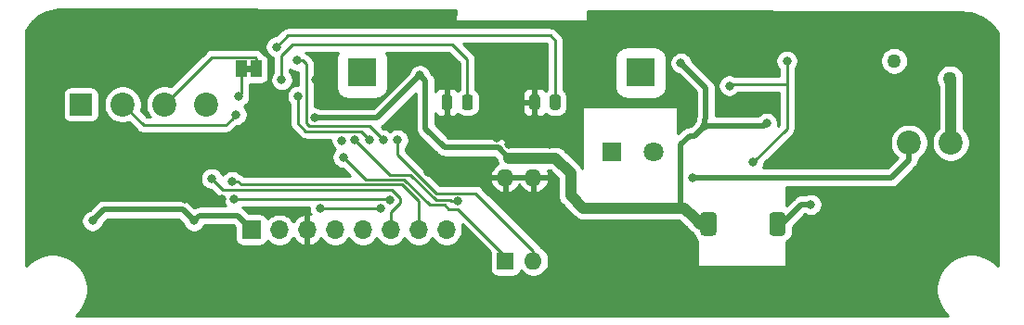
<source format=gtl>
G04 #@! TF.GenerationSoftware,KiCad,Pcbnew,5.1.9+dfsg1-1~bpo10+1*
G04 #@! TF.CreationDate,2021-07-06T10:32:39+00:00*
G04 #@! TF.ProjectId,CurrentShuntCircuit,43757272-656e-4745-9368-756e74436972,1*
G04 #@! TF.SameCoordinates,Original*
G04 #@! TF.FileFunction,Copper,L1,Top*
G04 #@! TF.FilePolarity,Positive*
%FSLAX46Y46*%
G04 Gerber Fmt 4.6, Leading zero omitted, Abs format (unit mm)*
G04 Created by KiCad (PCBNEW 5.1.9+dfsg1-1~bpo10+1) date 2021-07-06 10:32:39*
%MOMM*%
%LPD*%
G01*
G04 APERTURE LIST*
G04 #@! TA.AperFunction,EtchedComponent*
%ADD10C,0.100000*%
G04 #@! TD*
G04 #@! TA.AperFunction,ComponentPad*
%ADD11O,1.600000X1.600000*%
G04 #@! TD*
G04 #@! TA.AperFunction,ComponentPad*
%ADD12R,1.600000X1.600000*%
G04 #@! TD*
G04 #@! TA.AperFunction,ComponentPad*
%ADD13O,1.700000X1.700000*%
G04 #@! TD*
G04 #@! TA.AperFunction,ComponentPad*
%ADD14R,1.700000X1.700000*%
G04 #@! TD*
G04 #@! TA.AperFunction,ComponentPad*
%ADD15C,2.200000*%
G04 #@! TD*
G04 #@! TA.AperFunction,ComponentPad*
%ADD16R,2.000000X2.000000*%
G04 #@! TD*
G04 #@! TA.AperFunction,SMDPad,CuDef*
%ADD17R,1.000000X1.500000*%
G04 #@! TD*
G04 #@! TA.AperFunction,ComponentPad*
%ADD18R,1.800000X1.800000*%
G04 #@! TD*
G04 #@! TA.AperFunction,ComponentPad*
%ADD19C,1.800000*%
G04 #@! TD*
G04 #@! TA.AperFunction,ComponentPad*
%ADD20R,2.500000X2.500000*%
G04 #@! TD*
G04 #@! TA.AperFunction,ComponentPad*
%ADD21C,1.270000*%
G04 #@! TD*
G04 #@! TA.AperFunction,ViaPad*
%ADD22C,0.800000*%
G04 #@! TD*
G04 #@! TA.AperFunction,Conductor*
%ADD23C,0.500000*%
G04 #@! TD*
G04 #@! TA.AperFunction,Conductor*
%ADD24C,1.000000*%
G04 #@! TD*
G04 #@! TA.AperFunction,Conductor*
%ADD25C,0.250000*%
G04 #@! TD*
G04 #@! TA.AperFunction,Conductor*
%ADD26C,0.254000*%
G04 #@! TD*
G04 #@! TA.AperFunction,Conductor*
%ADD27C,0.100000*%
G04 #@! TD*
G04 APERTURE END LIST*
D10*
G36*
X160750000Y-106450000D02*
G01*
X161250000Y-106450000D01*
X161250000Y-107050000D01*
X160750000Y-107050000D01*
X160750000Y-106450000D01*
G37*
D11*
X184410000Y-116680000D03*
X186950000Y-124300000D03*
X186950000Y-116680000D03*
D12*
X184410000Y-124300000D03*
D13*
X179020000Y-121460000D03*
X176480000Y-121460000D03*
X173940000Y-121460000D03*
X171400000Y-121460000D03*
X168860000Y-121460000D03*
X166320000Y-121460000D03*
X163780000Y-121460000D03*
D14*
X161240000Y-121460000D03*
D15*
X225020000Y-113510000D03*
X221210000Y-113510000D03*
X217400000Y-113510000D03*
D16*
X213590000Y-113510000D03*
D17*
X161650000Y-106750000D03*
X160350000Y-106750000D03*
G04 #@! TA.AperFunction,SMDPad,CuDef*
G36*
G01*
X203660000Y-120215000D02*
X203660000Y-121665000D01*
G75*
G02*
X203285000Y-122040000I-375000J0D01*
G01*
X202535000Y-122040000D01*
G75*
G02*
X202160000Y-121665000I0J375000D01*
G01*
X202160000Y-120215000D01*
G75*
G02*
X202535000Y-119840000I375000J0D01*
G01*
X203285000Y-119840000D01*
G75*
G02*
X203660000Y-120215000I0J-375000D01*
G01*
G37*
G04 #@! TD.AperFunction*
G04 #@! TA.AperFunction,SMDPad,CuDef*
G36*
G01*
X209960000Y-120215000D02*
X209960000Y-121665000D01*
G75*
G02*
X209585000Y-122040000I-375000J0D01*
G01*
X208835000Y-122040000D01*
G75*
G02*
X208460000Y-121665000I0J375000D01*
G01*
X208460000Y-120215000D01*
G75*
G02*
X208835000Y-119840000I375000J0D01*
G01*
X209585000Y-119840000D01*
G75*
G02*
X209960000Y-120215000I0J-375000D01*
G01*
G37*
G04 #@! TD.AperFunction*
D18*
X194080000Y-114350000D03*
D19*
X197880000Y-114350000D03*
D15*
X157120000Y-110000000D03*
X153310000Y-110000000D03*
X149500000Y-110000000D03*
D16*
X145690000Y-110000000D03*
D20*
X171300000Y-107100000D03*
X196750000Y-107100000D03*
D21*
X219850000Y-106030000D03*
X224950000Y-107630000D03*
G04 #@! TA.AperFunction,SMDPad,CuDef*
G36*
G01*
X180450000Y-110256250D02*
X180450000Y-109343750D01*
G75*
G02*
X180693750Y-109100000I243750J0D01*
G01*
X181181250Y-109100000D01*
G75*
G02*
X181425000Y-109343750I0J-243750D01*
G01*
X181425000Y-110256250D01*
G75*
G02*
X181181250Y-110500000I-243750J0D01*
G01*
X180693750Y-110500000D01*
G75*
G02*
X180450000Y-110256250I0J243750D01*
G01*
G37*
G04 #@! TD.AperFunction*
G04 #@! TA.AperFunction,SMDPad,CuDef*
G36*
G01*
X178575000Y-110256250D02*
X178575000Y-109343750D01*
G75*
G02*
X178818750Y-109100000I243750J0D01*
G01*
X179306250Y-109100000D01*
G75*
G02*
X179550000Y-109343750I0J-243750D01*
G01*
X179550000Y-110256250D01*
G75*
G02*
X179306250Y-110500000I-243750J0D01*
G01*
X178818750Y-110500000D01*
G75*
G02*
X178575000Y-110256250I0J243750D01*
G01*
G37*
G04 #@! TD.AperFunction*
G04 #@! TA.AperFunction,SMDPad,CuDef*
G36*
G01*
X188450000Y-110256250D02*
X188450000Y-109343750D01*
G75*
G02*
X188693750Y-109100000I243750J0D01*
G01*
X189181250Y-109100000D01*
G75*
G02*
X189425000Y-109343750I0J-243750D01*
G01*
X189425000Y-110256250D01*
G75*
G02*
X189181250Y-110500000I-243750J0D01*
G01*
X188693750Y-110500000D01*
G75*
G02*
X188450000Y-110256250I0J243750D01*
G01*
G37*
G04 #@! TD.AperFunction*
G04 #@! TA.AperFunction,SMDPad,CuDef*
G36*
G01*
X186575000Y-110256250D02*
X186575000Y-109343750D01*
G75*
G02*
X186818750Y-109100000I243750J0D01*
G01*
X187306250Y-109100000D01*
G75*
G02*
X187550000Y-109343750I0J-243750D01*
G01*
X187550000Y-110256250D01*
G75*
G02*
X187306250Y-110500000I-243750J0D01*
G01*
X186818750Y-110500000D01*
G75*
G02*
X186575000Y-110256250I0J243750D01*
G01*
G37*
G04 #@! TD.AperFunction*
D22*
X148750000Y-116900000D03*
X149750000Y-116900000D03*
X150750000Y-116900000D03*
X161280000Y-115310000D03*
X154600000Y-121000000D03*
X157580000Y-118680000D03*
X158560000Y-118680000D03*
X155150000Y-118680000D03*
X156050000Y-118680000D03*
X180000000Y-112500000D03*
X179100000Y-112500000D03*
X168000000Y-107700000D03*
X167100000Y-107700000D03*
X178200000Y-116240000D03*
X177300000Y-116240000D03*
X181750000Y-105150000D03*
X166500000Y-114350000D03*
X186700000Y-111630000D03*
X207460000Y-104710000D03*
X188430000Y-113680000D03*
X189440000Y-113650000D03*
X190440000Y-113650000D03*
X208660000Y-103720000D03*
X166500000Y-116020000D03*
X200040000Y-108770000D03*
X208890000Y-109540000D03*
X217030000Y-121110000D03*
X217060000Y-122120000D03*
X217960000Y-122120000D03*
X217960000Y-123120000D03*
X217930000Y-121110000D03*
X217060000Y-123120000D03*
X184716048Y-113683952D03*
X183590750Y-113079990D03*
X146750000Y-120650000D03*
X156000000Y-120650000D03*
X166999992Y-111250000D03*
X184740000Y-114910000D03*
X188969986Y-114930000D03*
X176600000Y-107350000D03*
X200410000Y-106220000D03*
X202600000Y-111930000D03*
X208220000Y-111720000D03*
X212250000Y-119150000D03*
X210075010Y-106029992D03*
X206980000Y-115310000D03*
X204820000Y-108290000D03*
X163500000Y-104750000D03*
X164000000Y-107750000D03*
X159460165Y-117065155D03*
X157600000Y-116774990D03*
X170686933Y-113244989D03*
X180047660Y-118844990D03*
X173060000Y-119520000D03*
X167540000Y-119530000D03*
X160087500Y-109250000D03*
X165412500Y-106000000D03*
X173249936Y-113244989D03*
X165500010Y-109250000D03*
X172000000Y-113244989D03*
X169600000Y-114830000D03*
X159680000Y-118660000D03*
X173892968Y-118755131D03*
X169500000Y-113300000D03*
X174570000Y-113260000D03*
X201450000Y-116700000D03*
X159846065Y-110937814D03*
D23*
X147800000Y-119600000D02*
X146750000Y-120650000D01*
X156000000Y-120650000D02*
X154950000Y-119600000D01*
X154950000Y-119600000D02*
X147800000Y-119600000D01*
X172700000Y-111250000D02*
X176600000Y-107350000D01*
X166999992Y-111250000D02*
X172700000Y-111250000D01*
D24*
X202910000Y-120940000D02*
X202160000Y-120940000D01*
D23*
X202600000Y-111364315D02*
X202690000Y-111274315D01*
X202600000Y-111930000D02*
X202600000Y-111364315D01*
X202690000Y-108500000D02*
X200410000Y-106220000D01*
X202690000Y-111274315D02*
X202690000Y-108500000D01*
D24*
X202160000Y-120940000D02*
X201600000Y-120380000D01*
D23*
X202600000Y-111930000D02*
X208010000Y-111930000D01*
X208010000Y-111930000D02*
X208220000Y-111720000D01*
X156480000Y-120170000D02*
X156000000Y-120650000D01*
X161240000Y-121460000D02*
X159950000Y-120170000D01*
X159950000Y-120170000D02*
X156480000Y-120170000D01*
X200410000Y-119190000D02*
X201600000Y-120380000D01*
X202600000Y-111930000D02*
X201640000Y-112890000D01*
X200410000Y-113660000D02*
X200410000Y-119190000D01*
X201180000Y-112890000D02*
X200410000Y-113660000D01*
X201640000Y-112890000D02*
X201180000Y-112890000D01*
X177110000Y-107860000D02*
X176600000Y-107350000D01*
X177110000Y-112210000D02*
X177110000Y-107860000D01*
X184740000Y-114910000D02*
X183760000Y-113930000D01*
X183760000Y-113930000D02*
X178830000Y-113930000D01*
X178830000Y-113930000D02*
X177110000Y-112210000D01*
D24*
X188970000Y-114930000D02*
X184720000Y-114930000D01*
X201600000Y-120380000D02*
X200700000Y-119480000D01*
X200700000Y-119480000D02*
X191490000Y-119480000D01*
X191490000Y-119480000D02*
X190350000Y-118340000D01*
X190350000Y-116310000D02*
X188970000Y-114930000D01*
X190350000Y-118340000D02*
X190350000Y-116310000D01*
D23*
X209610000Y-120940000D02*
X211400000Y-119150000D01*
X211400000Y-119150000D02*
X212250000Y-119150000D01*
X209210000Y-120940000D02*
X209610000Y-120940000D01*
D25*
X210075010Y-108149992D02*
X204960008Y-108149992D01*
X204960008Y-108149992D02*
X204820000Y-108290000D01*
X210075010Y-108149992D02*
X210075010Y-112214990D01*
X210075010Y-112214990D02*
X206980000Y-115310000D01*
X210075010Y-108149992D02*
X210075010Y-106029992D01*
X164539000Y-103711000D02*
X163500000Y-104750000D01*
X188481000Y-103711000D02*
X164539000Y-103711000D01*
X188937500Y-104167500D02*
X188481000Y-103711000D01*
X188937500Y-109800000D02*
X188937500Y-104167500D01*
X164000000Y-105500000D02*
X165000000Y-104500000D01*
X179523000Y-104500000D02*
X180937500Y-105914500D01*
X180937500Y-105914500D02*
X180937500Y-109800000D01*
X164000000Y-107750000D02*
X164000000Y-105500000D01*
X165000000Y-104500000D02*
X179523000Y-104500000D01*
D24*
X225020000Y-107700000D02*
X224950000Y-107630000D01*
X225020000Y-113510000D02*
X225020000Y-107700000D01*
D25*
X160025850Y-117065155D02*
X159460165Y-117065155D01*
X176500000Y-121440000D02*
X176500000Y-118838589D01*
X160285683Y-117324988D02*
X160025850Y-117065155D01*
X176480000Y-121460000D02*
X176500000Y-121440000D01*
X174986399Y-117324988D02*
X160285683Y-117324988D01*
X176500000Y-118838589D02*
X174986399Y-117324988D01*
X158615166Y-117790156D02*
X174043160Y-117790156D01*
X157600000Y-116774990D02*
X158615166Y-117790156D01*
X174799999Y-118546995D02*
X174799999Y-119010001D01*
X174799999Y-119010001D02*
X173940000Y-119870000D01*
X173940000Y-119870000D02*
X173940000Y-121460000D01*
X174043160Y-117790156D02*
X174799999Y-118546995D01*
X178078588Y-118742178D02*
X179379163Y-118742178D01*
X179481975Y-118844990D02*
X180047660Y-118844990D01*
X175761376Y-116424966D02*
X178078588Y-118742178D01*
X173866910Y-116424966D02*
X175761376Y-116424966D01*
X179379163Y-118742178D02*
X179481975Y-118844990D01*
X170686933Y-113244989D02*
X173866910Y-116424966D01*
X173050000Y-119530000D02*
X173060000Y-119520000D01*
X167540000Y-119530000D02*
X173050000Y-119530000D01*
X160350000Y-106750000D02*
X160350000Y-108987500D01*
X160350000Y-108987500D02*
X160087500Y-109250000D01*
X166225011Y-111725011D02*
X166500000Y-112000000D01*
X166500000Y-112000000D02*
X172004947Y-112000000D01*
X165412500Y-106000000D02*
X165925000Y-106000000D01*
X166225011Y-106300011D02*
X166225011Y-111725011D01*
X165925000Y-106000000D02*
X166225011Y-106300011D01*
X172004947Y-112000000D02*
X173249936Y-113244989D01*
X166200011Y-112450011D02*
X171205022Y-112450011D01*
X165500010Y-109250000D02*
X165500010Y-111750010D01*
X171205022Y-112450011D02*
X172000000Y-113244989D01*
X165500010Y-111750010D02*
X166200011Y-112450011D01*
X169999999Y-115229999D02*
X169600000Y-114830000D01*
X170009998Y-115220000D02*
X169999999Y-115229999D01*
X184410000Y-123890000D02*
X184410000Y-124300000D01*
X180090000Y-119570000D02*
X184410000Y-123890000D01*
X171644977Y-116874977D02*
X175172799Y-116874977D01*
X179240000Y-119570000D02*
X180090000Y-119570000D01*
X177490011Y-119192189D02*
X178862189Y-119192189D01*
X169999999Y-115229999D02*
X171644977Y-116874977D01*
X178862189Y-119192189D02*
X179240000Y-119570000D01*
X175172799Y-116874977D02*
X177490011Y-119192189D01*
X159680000Y-118660000D02*
X173797837Y-118660000D01*
X173797837Y-118660000D02*
X173892968Y-118755131D01*
X174570000Y-113825685D02*
X174570000Y-113260000D01*
X186950000Y-123370000D02*
X181699989Y-118119989D01*
X178132309Y-118119989D02*
X174570000Y-114557680D01*
X186950000Y-124300000D02*
X186950000Y-123370000D01*
X181699989Y-118119989D02*
X178132309Y-118119989D01*
X174570000Y-114557680D02*
X174570000Y-113825685D01*
D23*
X201450000Y-116700000D02*
X208390000Y-116700000D01*
X219575634Y-116700000D02*
X208390000Y-116700000D01*
X221210000Y-113510000D02*
X221210000Y-115065634D01*
X221210000Y-115065634D02*
X219575634Y-116700000D01*
D25*
X157635001Y-105674999D02*
X153310000Y-110000000D01*
X161650000Y-106750000D02*
X161650000Y-105750000D01*
X161574999Y-105674999D02*
X157635001Y-105674999D01*
X161650000Y-105750000D02*
X161574999Y-105674999D01*
X158883879Y-111900000D02*
X159446066Y-111337813D01*
X159446066Y-111337813D02*
X159846065Y-110937814D01*
X149500000Y-110000000D02*
X151400000Y-111900000D01*
X151400000Y-111900000D02*
X158883879Y-111900000D01*
D26*
X179848376Y-101420777D02*
X179814592Y-102309174D01*
X179816940Y-102338776D01*
X179824167Y-102362601D01*
X179835903Y-102384557D01*
X179851697Y-102403803D01*
X179870943Y-102419597D01*
X179892899Y-102431333D01*
X179916724Y-102438560D01*
X179941500Y-102441000D01*
X191752500Y-102441000D01*
X191772525Y-102439411D01*
X191796607Y-102433095D01*
X191818994Y-102422202D01*
X191838825Y-102407150D01*
X191855339Y-102388519D01*
X191867901Y-102367024D01*
X191876028Y-102343492D01*
X191879408Y-102318826D01*
X191911902Y-101464358D01*
X226019926Y-101587577D01*
X226401910Y-101607693D01*
X226777012Y-101664621D01*
X227144745Y-101757979D01*
X227501586Y-101886873D01*
X227844089Y-102050056D01*
X228168998Y-102245980D01*
X228473161Y-102472742D01*
X228753690Y-102728190D01*
X229007872Y-103009852D01*
X229233274Y-103315034D01*
X229340001Y-103493830D01*
X229340001Y-124776333D01*
X228957093Y-124393425D01*
X228428558Y-124040270D01*
X227841281Y-123797012D01*
X227217832Y-123673000D01*
X226582168Y-123673000D01*
X225958719Y-123797012D01*
X225371442Y-124040270D01*
X224842907Y-124393425D01*
X224393425Y-124842907D01*
X224040270Y-125371442D01*
X223797012Y-125958719D01*
X223673000Y-126582168D01*
X223673000Y-127217832D01*
X223797012Y-127841281D01*
X224040270Y-128428558D01*
X224393425Y-128957093D01*
X224776332Y-129340000D01*
X145223668Y-129340000D01*
X145606575Y-128957093D01*
X145959730Y-128428558D01*
X146202988Y-127841281D01*
X146327000Y-127217832D01*
X146327000Y-126582168D01*
X146202988Y-125958719D01*
X145959730Y-125371442D01*
X145606575Y-124842907D01*
X145157093Y-124393425D01*
X144628558Y-124040270D01*
X144041281Y-123797012D01*
X143417832Y-123673000D01*
X142782168Y-123673000D01*
X142158719Y-123797012D01*
X141571442Y-124040270D01*
X141042907Y-124393425D01*
X140660000Y-124776332D01*
X140660000Y-120548061D01*
X145715000Y-120548061D01*
X145715000Y-120751939D01*
X145754774Y-120951898D01*
X145832795Y-121140256D01*
X145946063Y-121309774D01*
X146090226Y-121453937D01*
X146259744Y-121567205D01*
X146448102Y-121645226D01*
X146648061Y-121685000D01*
X146851939Y-121685000D01*
X147051898Y-121645226D01*
X147240256Y-121567205D01*
X147409774Y-121453937D01*
X147553937Y-121309774D01*
X147667205Y-121140256D01*
X147745226Y-120951898D01*
X147756535Y-120895043D01*
X148166579Y-120485000D01*
X154583422Y-120485000D01*
X154993465Y-120895044D01*
X155004774Y-120951898D01*
X155082795Y-121140256D01*
X155196063Y-121309774D01*
X155340226Y-121453937D01*
X155509744Y-121567205D01*
X155698102Y-121645226D01*
X155898061Y-121685000D01*
X156101939Y-121685000D01*
X156301898Y-121645226D01*
X156490256Y-121567205D01*
X156659774Y-121453937D01*
X156803937Y-121309774D01*
X156917205Y-121140256D01*
X156952519Y-121055000D01*
X159583422Y-121055000D01*
X159751928Y-121223506D01*
X159751928Y-122310000D01*
X159764188Y-122434482D01*
X159800498Y-122554180D01*
X159859463Y-122664494D01*
X159938815Y-122761185D01*
X160035506Y-122840537D01*
X160145820Y-122899502D01*
X160265518Y-122935812D01*
X160390000Y-122948072D01*
X162090000Y-122948072D01*
X162214482Y-122935812D01*
X162334180Y-122899502D01*
X162444494Y-122840537D01*
X162541185Y-122761185D01*
X162620537Y-122664494D01*
X162679502Y-122554180D01*
X162701513Y-122481620D01*
X162833368Y-122613475D01*
X163076589Y-122775990D01*
X163346842Y-122887932D01*
X163633740Y-122945000D01*
X163926260Y-122945000D01*
X164213158Y-122887932D01*
X164483411Y-122775990D01*
X164726632Y-122613475D01*
X164933475Y-122406632D01*
X165055195Y-122224466D01*
X165124822Y-122341355D01*
X165319731Y-122557588D01*
X165553080Y-122731641D01*
X165815901Y-122856825D01*
X165963110Y-122901476D01*
X166193000Y-122780155D01*
X166193000Y-121587000D01*
X166173000Y-121587000D01*
X166173000Y-121333000D01*
X166193000Y-121333000D01*
X166193000Y-120139845D01*
X165963110Y-120018524D01*
X165815901Y-120063175D01*
X165553080Y-120188359D01*
X165319731Y-120362412D01*
X165124822Y-120578645D01*
X165055195Y-120695534D01*
X164933475Y-120513368D01*
X164726632Y-120306525D01*
X164483411Y-120144010D01*
X164213158Y-120032068D01*
X163926260Y-119975000D01*
X163633740Y-119975000D01*
X163346842Y-120032068D01*
X163076589Y-120144010D01*
X162833368Y-120306525D01*
X162701513Y-120438380D01*
X162679502Y-120365820D01*
X162620537Y-120255506D01*
X162541185Y-120158815D01*
X162444494Y-120079463D01*
X162334180Y-120020498D01*
X162214482Y-119984188D01*
X162090000Y-119971928D01*
X161003506Y-119971928D01*
X160606534Y-119574956D01*
X160578817Y-119541183D01*
X160444059Y-119430589D01*
X160424248Y-119420000D01*
X166506603Y-119420000D01*
X166505000Y-119428061D01*
X166505000Y-119631939D01*
X166544774Y-119831898D01*
X166622795Y-120020256D01*
X166636042Y-120040081D01*
X166447000Y-120139845D01*
X166447000Y-121333000D01*
X166467000Y-121333000D01*
X166467000Y-121587000D01*
X166447000Y-121587000D01*
X166447000Y-122780155D01*
X166676890Y-122901476D01*
X166824099Y-122856825D01*
X167086920Y-122731641D01*
X167320269Y-122557588D01*
X167515178Y-122341355D01*
X167584805Y-122224466D01*
X167706525Y-122406632D01*
X167913368Y-122613475D01*
X168156589Y-122775990D01*
X168426842Y-122887932D01*
X168713740Y-122945000D01*
X169006260Y-122945000D01*
X169293158Y-122887932D01*
X169563411Y-122775990D01*
X169806632Y-122613475D01*
X170013475Y-122406632D01*
X170130000Y-122232240D01*
X170246525Y-122406632D01*
X170453368Y-122613475D01*
X170696589Y-122775990D01*
X170966842Y-122887932D01*
X171253740Y-122945000D01*
X171546260Y-122945000D01*
X171833158Y-122887932D01*
X172103411Y-122775990D01*
X172346632Y-122613475D01*
X172553475Y-122406632D01*
X172670000Y-122232240D01*
X172786525Y-122406632D01*
X172993368Y-122613475D01*
X173236589Y-122775990D01*
X173506842Y-122887932D01*
X173793740Y-122945000D01*
X174086260Y-122945000D01*
X174373158Y-122887932D01*
X174643411Y-122775990D01*
X174886632Y-122613475D01*
X175093475Y-122406632D01*
X175210000Y-122232240D01*
X175326525Y-122406632D01*
X175533368Y-122613475D01*
X175776589Y-122775990D01*
X176046842Y-122887932D01*
X176333740Y-122945000D01*
X176626260Y-122945000D01*
X176913158Y-122887932D01*
X177183411Y-122775990D01*
X177426632Y-122613475D01*
X177633475Y-122406632D01*
X177750000Y-122232240D01*
X177866525Y-122406632D01*
X178073368Y-122613475D01*
X178316589Y-122775990D01*
X178586842Y-122887932D01*
X178873740Y-122945000D01*
X179166260Y-122945000D01*
X179453158Y-122887932D01*
X179723411Y-122775990D01*
X179966632Y-122613475D01*
X180173475Y-122406632D01*
X180335990Y-122163411D01*
X180447932Y-121893158D01*
X180505000Y-121606260D01*
X180505000Y-121313740D01*
X180447932Y-121026842D01*
X180430885Y-120985686D01*
X182971928Y-123526730D01*
X182971928Y-125100000D01*
X182984188Y-125224482D01*
X183020498Y-125344180D01*
X183079463Y-125454494D01*
X183158815Y-125551185D01*
X183255506Y-125630537D01*
X183365820Y-125689502D01*
X183485518Y-125725812D01*
X183610000Y-125738072D01*
X185210000Y-125738072D01*
X185334482Y-125725812D01*
X185454180Y-125689502D01*
X185564494Y-125630537D01*
X185661185Y-125551185D01*
X185740537Y-125454494D01*
X185799502Y-125344180D01*
X185835812Y-125224482D01*
X185836643Y-125216039D01*
X186035241Y-125414637D01*
X186270273Y-125571680D01*
X186531426Y-125679853D01*
X186808665Y-125735000D01*
X187091335Y-125735000D01*
X187368574Y-125679853D01*
X187629727Y-125571680D01*
X187864759Y-125414637D01*
X188064637Y-125214759D01*
X188221680Y-124979727D01*
X188329853Y-124718574D01*
X188385000Y-124441335D01*
X188385000Y-124158665D01*
X188329853Y-123881426D01*
X188221680Y-123620273D01*
X188064637Y-123385241D01*
X187864759Y-123185363D01*
X187629727Y-123028320D01*
X187628951Y-123027999D01*
X187584974Y-122945724D01*
X187490001Y-122829999D01*
X187461003Y-122806201D01*
X182263793Y-117608992D01*
X182239990Y-117579988D01*
X182124265Y-117485015D01*
X181992236Y-117414443D01*
X181848975Y-117370986D01*
X181737322Y-117359989D01*
X181737311Y-117359989D01*
X181699989Y-117356313D01*
X181662667Y-117359989D01*
X178447111Y-117359989D01*
X178116162Y-117029040D01*
X183018091Y-117029040D01*
X183112930Y-117293881D01*
X183257615Y-117535131D01*
X183446586Y-117743519D01*
X183672580Y-117911037D01*
X183926913Y-118031246D01*
X184060961Y-118071904D01*
X184283000Y-117949915D01*
X184283000Y-116807000D01*
X184537000Y-116807000D01*
X184537000Y-117949915D01*
X184759039Y-118071904D01*
X184893087Y-118031246D01*
X185147420Y-117911037D01*
X185373414Y-117743519D01*
X185562385Y-117535131D01*
X185680000Y-117339018D01*
X185797615Y-117535131D01*
X185986586Y-117743519D01*
X186212580Y-117911037D01*
X186466913Y-118031246D01*
X186600961Y-118071904D01*
X186823000Y-117949915D01*
X186823000Y-116807000D01*
X187077000Y-116807000D01*
X187077000Y-117949915D01*
X187299039Y-118071904D01*
X187433087Y-118031246D01*
X187687420Y-117911037D01*
X187913414Y-117743519D01*
X188102385Y-117535131D01*
X188247070Y-117293881D01*
X188341909Y-117029040D01*
X188220624Y-116807000D01*
X187077000Y-116807000D01*
X186823000Y-116807000D01*
X184537000Y-116807000D01*
X184283000Y-116807000D01*
X183139376Y-116807000D01*
X183018091Y-117029040D01*
X178116162Y-117029040D01*
X175330000Y-114242879D01*
X175330000Y-113963711D01*
X175373937Y-113919774D01*
X175487205Y-113750256D01*
X175565226Y-113561898D01*
X175605000Y-113361939D01*
X175605000Y-113158061D01*
X175565226Y-112958102D01*
X175487205Y-112769744D01*
X175373937Y-112600226D01*
X175229774Y-112456063D01*
X175060256Y-112342795D01*
X174871898Y-112264774D01*
X174671939Y-112225000D01*
X174468061Y-112225000D01*
X174268102Y-112264774D01*
X174079744Y-112342795D01*
X173918915Y-112450257D01*
X173909710Y-112441052D01*
X173740192Y-112327784D01*
X173551834Y-112249763D01*
X173351875Y-112209989D01*
X173289738Y-112209989D01*
X173112665Y-112032917D01*
X173194059Y-111989411D01*
X173328817Y-111878817D01*
X173356534Y-111845044D01*
X176225001Y-108976578D01*
X176225000Y-112166531D01*
X176220719Y-112210000D01*
X176225000Y-112253469D01*
X176225000Y-112253476D01*
X176231064Y-112315046D01*
X176237805Y-112383490D01*
X176248958Y-112420256D01*
X176288411Y-112550312D01*
X176370589Y-112704058D01*
X176481183Y-112838817D01*
X176514956Y-112866534D01*
X178173470Y-114525049D01*
X178201183Y-114558817D01*
X178234951Y-114586530D01*
X178234953Y-114586532D01*
X178285606Y-114628102D01*
X178335941Y-114669411D01*
X178489687Y-114751589D01*
X178656510Y-114802195D01*
X178786523Y-114815000D01*
X178786533Y-114815000D01*
X178829999Y-114819281D01*
X178873465Y-114815000D01*
X183393422Y-114815000D01*
X183587275Y-115008854D01*
X183601423Y-115152499D01*
X183666324Y-115366447D01*
X183702796Y-115434682D01*
X183672580Y-115448963D01*
X183446586Y-115616481D01*
X183257615Y-115824869D01*
X183112930Y-116066119D01*
X183018091Y-116330960D01*
X183139376Y-116553000D01*
X184283000Y-116553000D01*
X184283000Y-116533000D01*
X184537000Y-116533000D01*
X184537000Y-116553000D01*
X186823000Y-116553000D01*
X186823000Y-116533000D01*
X187077000Y-116533000D01*
X187077000Y-116553000D01*
X188220624Y-116553000D01*
X188341909Y-116330960D01*
X188247070Y-116066119D01*
X188246399Y-116065000D01*
X188499868Y-116065000D01*
X189215001Y-116780133D01*
X189215000Y-118284248D01*
X189209509Y-118340000D01*
X189216624Y-118412236D01*
X189231423Y-118562498D01*
X189296324Y-118776446D01*
X189401716Y-118973623D01*
X189543551Y-119146449D01*
X189586864Y-119181996D01*
X190648008Y-120243140D01*
X190683551Y-120286449D01*
X190856377Y-120428284D01*
X191053553Y-120533676D01*
X191267501Y-120598577D01*
X191434248Y-120615000D01*
X191434257Y-120615000D01*
X191489999Y-120620490D01*
X191545741Y-120615000D01*
X200229869Y-120615000D01*
X200836856Y-121221988D01*
X200836861Y-121221992D01*
X201318008Y-121703140D01*
X201353551Y-121746449D01*
X201526377Y-121888284D01*
X201553584Y-121902826D01*
X201599044Y-122052686D01*
X201692661Y-122227833D01*
X201818650Y-122381350D01*
X201933000Y-122475195D01*
X201933000Y-124690000D01*
X201935440Y-124714776D01*
X201942667Y-124738601D01*
X201954403Y-124760557D01*
X201970197Y-124779803D01*
X201989443Y-124795597D01*
X202011399Y-124807333D01*
X202035224Y-124814560D01*
X202060000Y-124817000D01*
X209910000Y-124817000D01*
X209934776Y-124814560D01*
X209958601Y-124807333D01*
X209980557Y-124795597D01*
X209999803Y-124779803D01*
X210015597Y-124760557D01*
X210027333Y-124738601D01*
X210034560Y-124714776D01*
X210037000Y-124690000D01*
X210037000Y-122566580D01*
X210147833Y-122507339D01*
X210301350Y-122381350D01*
X210427339Y-122227833D01*
X210520956Y-122052686D01*
X210578606Y-121862641D01*
X210598072Y-121665000D01*
X210598072Y-121203506D01*
X211744536Y-120057043D01*
X211759744Y-120067205D01*
X211948102Y-120145226D01*
X212148061Y-120185000D01*
X212351939Y-120185000D01*
X212551898Y-120145226D01*
X212740256Y-120067205D01*
X212909774Y-119953937D01*
X213053937Y-119809774D01*
X213167205Y-119640256D01*
X213245226Y-119451898D01*
X213285000Y-119251939D01*
X213285000Y-119048061D01*
X213245226Y-118848102D01*
X213167205Y-118659744D01*
X213053937Y-118490226D01*
X212909774Y-118346063D01*
X212740256Y-118232795D01*
X212551898Y-118154774D01*
X212351939Y-118115000D01*
X212148061Y-118115000D01*
X211948102Y-118154774D01*
X211759744Y-118232795D01*
X211711546Y-118265000D01*
X211443465Y-118265000D01*
X211399999Y-118260719D01*
X211356533Y-118265000D01*
X211356523Y-118265000D01*
X211226510Y-118277805D01*
X211059687Y-118328411D01*
X210905941Y-118410589D01*
X210893604Y-118420714D01*
X210804953Y-118493468D01*
X210804951Y-118493470D01*
X210771183Y-118521183D01*
X210743470Y-118554951D01*
X210033328Y-119265094D01*
X210016844Y-117585000D01*
X219532165Y-117585000D01*
X219575634Y-117589281D01*
X219619103Y-117585000D01*
X219619111Y-117585000D01*
X219749124Y-117572195D01*
X219915947Y-117521589D01*
X220069693Y-117439411D01*
X220204451Y-117328817D01*
X220232168Y-117295044D01*
X221805049Y-115722164D01*
X221838817Y-115694451D01*
X221912644Y-115604494D01*
X221949411Y-115559693D01*
X222031589Y-115405948D01*
X222082195Y-115239124D01*
X222083094Y-115229998D01*
X222095000Y-115109111D01*
X222095000Y-115109103D01*
X222099281Y-115065634D01*
X222095000Y-115022165D01*
X222095000Y-115005329D01*
X222315998Y-114857663D01*
X222557663Y-114615998D01*
X222747537Y-114331831D01*
X222878325Y-114016081D01*
X222945000Y-113680883D01*
X222945000Y-113339117D01*
X223285000Y-113339117D01*
X223285000Y-113680883D01*
X223351675Y-114016081D01*
X223482463Y-114331831D01*
X223672337Y-114615998D01*
X223914002Y-114857663D01*
X224198169Y-115047537D01*
X224513919Y-115178325D01*
X224849117Y-115245000D01*
X225190883Y-115245000D01*
X225526081Y-115178325D01*
X225841831Y-115047537D01*
X226125998Y-114857663D01*
X226367663Y-114615998D01*
X226557537Y-114331831D01*
X226688325Y-114016081D01*
X226755000Y-113680883D01*
X226755000Y-113339117D01*
X226688325Y-113003919D01*
X226557537Y-112688169D01*
X226367663Y-112404002D01*
X226155000Y-112191339D01*
X226155000Y-108039543D01*
X226171195Y-108000445D01*
X226220000Y-107755084D01*
X226220000Y-107504916D01*
X226171195Y-107259555D01*
X226075459Y-107028429D01*
X225936473Y-106820422D01*
X225759578Y-106643527D01*
X225551571Y-106504541D01*
X225320445Y-106408805D01*
X225075084Y-106360000D01*
X224824916Y-106360000D01*
X224579555Y-106408805D01*
X224348429Y-106504541D01*
X224140422Y-106643527D01*
X223963527Y-106820422D01*
X223824541Y-107028429D01*
X223728805Y-107259555D01*
X223680000Y-107504916D01*
X223680000Y-107755084D01*
X223728805Y-108000445D01*
X223824541Y-108231571D01*
X223885001Y-108322056D01*
X223885000Y-112191339D01*
X223672337Y-112404002D01*
X223482463Y-112688169D01*
X223351675Y-113003919D01*
X223285000Y-113339117D01*
X222945000Y-113339117D01*
X222878325Y-113003919D01*
X222747537Y-112688169D01*
X222557663Y-112404002D01*
X222315998Y-112162337D01*
X222031831Y-111972463D01*
X221716081Y-111841675D01*
X221380883Y-111775000D01*
X221039117Y-111775000D01*
X220703919Y-111841675D01*
X220388169Y-111972463D01*
X220104002Y-112162337D01*
X219862337Y-112404002D01*
X219672463Y-112688169D01*
X219541675Y-113003919D01*
X219475000Y-113339117D01*
X219475000Y-113680883D01*
X219541675Y-114016081D01*
X219672463Y-114331831D01*
X219862337Y-114615998D01*
X220104002Y-114857663D01*
X220141402Y-114882653D01*
X219209056Y-115815000D01*
X207887353Y-115815000D01*
X207897205Y-115800256D01*
X207975226Y-115611898D01*
X208015000Y-115411939D01*
X208015000Y-115349801D01*
X210586013Y-112778789D01*
X210615011Y-112754991D01*
X210647645Y-112715226D01*
X210709984Y-112639267D01*
X210780556Y-112507237D01*
X210783867Y-112496323D01*
X210824013Y-112363976D01*
X210835010Y-112252323D01*
X210835010Y-112252314D01*
X210838686Y-112214991D01*
X210835010Y-112177668D01*
X210835010Y-108187324D01*
X210838687Y-108149992D01*
X210835010Y-108112659D01*
X210835010Y-106733703D01*
X210878947Y-106689766D01*
X210992215Y-106520248D01*
X211070236Y-106331890D01*
X211110010Y-106131931D01*
X211110010Y-105928053D01*
X211105408Y-105904916D01*
X218580000Y-105904916D01*
X218580000Y-106155084D01*
X218628805Y-106400445D01*
X218724541Y-106631571D01*
X218863527Y-106839578D01*
X219040422Y-107016473D01*
X219248429Y-107155459D01*
X219479555Y-107251195D01*
X219724916Y-107300000D01*
X219975084Y-107300000D01*
X220220445Y-107251195D01*
X220451571Y-107155459D01*
X220659578Y-107016473D01*
X220836473Y-106839578D01*
X220975459Y-106631571D01*
X221071195Y-106400445D01*
X221120000Y-106155084D01*
X221120000Y-105904916D01*
X221071195Y-105659555D01*
X220975459Y-105428429D01*
X220836473Y-105220422D01*
X220659578Y-105043527D01*
X220451571Y-104904541D01*
X220220445Y-104808805D01*
X219975084Y-104760000D01*
X219724916Y-104760000D01*
X219479555Y-104808805D01*
X219248429Y-104904541D01*
X219040422Y-105043527D01*
X218863527Y-105220422D01*
X218724541Y-105428429D01*
X218628805Y-105659555D01*
X218580000Y-105904916D01*
X211105408Y-105904916D01*
X211070236Y-105728094D01*
X210992215Y-105539736D01*
X210878947Y-105370218D01*
X210734784Y-105226055D01*
X210565266Y-105112787D01*
X210376908Y-105034766D01*
X210176949Y-104994992D01*
X209973071Y-104994992D01*
X209773112Y-105034766D01*
X209584754Y-105112787D01*
X209415236Y-105226055D01*
X209271073Y-105370218D01*
X209157805Y-105539736D01*
X209079784Y-105728094D01*
X209040010Y-105928053D01*
X209040010Y-106131931D01*
X209079784Y-106331890D01*
X209157805Y-106520248D01*
X209271073Y-106689766D01*
X209315011Y-106733704D01*
X209315010Y-107389992D01*
X205335993Y-107389992D01*
X205310256Y-107372795D01*
X205121898Y-107294774D01*
X204921939Y-107255000D01*
X204718061Y-107255000D01*
X204518102Y-107294774D01*
X204329744Y-107372795D01*
X204160226Y-107486063D01*
X204016063Y-107630226D01*
X203902795Y-107799744D01*
X203824774Y-107988102D01*
X203785000Y-108188061D01*
X203785000Y-108391939D01*
X203824774Y-108591898D01*
X203902795Y-108780256D01*
X204016063Y-108949774D01*
X204160226Y-109093937D01*
X204329744Y-109207205D01*
X204518102Y-109285226D01*
X204718061Y-109325000D01*
X204921939Y-109325000D01*
X205121898Y-109285226D01*
X205310256Y-109207205D01*
X205479774Y-109093937D01*
X205623937Y-108949774D01*
X205650518Y-108909992D01*
X209315010Y-108909992D01*
X209315011Y-111900187D01*
X209220670Y-111994528D01*
X209255000Y-111821939D01*
X209255000Y-111618061D01*
X209215226Y-111418102D01*
X209137205Y-111229744D01*
X209023937Y-111060226D01*
X208879774Y-110916063D01*
X208710256Y-110802795D01*
X208521898Y-110724774D01*
X208321939Y-110685000D01*
X208118061Y-110685000D01*
X207918102Y-110724774D01*
X207729744Y-110802795D01*
X207560226Y-110916063D01*
X207431289Y-111045000D01*
X203575000Y-111045000D01*
X203575000Y-108543469D01*
X203579281Y-108500000D01*
X203575000Y-108456531D01*
X203575000Y-108456523D01*
X203563652Y-108341306D01*
X203562195Y-108326509D01*
X203520196Y-108188061D01*
X203511589Y-108159687D01*
X203429411Y-108005941D01*
X203379436Y-107945047D01*
X203346532Y-107904953D01*
X203346530Y-107904951D01*
X203318817Y-107871183D01*
X203285049Y-107843470D01*
X201416535Y-105974957D01*
X201405226Y-105918102D01*
X201327205Y-105729744D01*
X201213937Y-105560226D01*
X201069774Y-105416063D01*
X200900256Y-105302795D01*
X200711898Y-105224774D01*
X200511939Y-105185000D01*
X200308061Y-105185000D01*
X200108102Y-105224774D01*
X199919744Y-105302795D01*
X199750226Y-105416063D01*
X199606063Y-105560226D01*
X199492795Y-105729744D01*
X199414774Y-105918102D01*
X199375000Y-106118061D01*
X199375000Y-106321939D01*
X199414774Y-106521898D01*
X199492795Y-106710256D01*
X199606063Y-106879774D01*
X199750226Y-107023937D01*
X199919744Y-107137205D01*
X200108102Y-107215226D01*
X200164957Y-107226535D01*
X201805001Y-108866580D01*
X201805000Y-110974257D01*
X201778411Y-111024002D01*
X201727805Y-111190825D01*
X201715000Y-111320838D01*
X201715000Y-111320846D01*
X201710719Y-111364315D01*
X201713606Y-111393632D01*
X201682795Y-111439744D01*
X201604774Y-111628102D01*
X201593465Y-111684956D01*
X201273422Y-112005000D01*
X201223465Y-112005000D01*
X201179999Y-112000719D01*
X201136533Y-112005000D01*
X201136523Y-112005000D01*
X201006510Y-112017805D01*
X200839687Y-112068411D01*
X200685941Y-112150589D01*
X200685939Y-112150590D01*
X200685940Y-112150590D01*
X200584953Y-112233468D01*
X200584951Y-112233470D01*
X200551183Y-112261183D01*
X200523470Y-112294951D01*
X200127000Y-112691422D01*
X200127000Y-110320000D01*
X200124560Y-110295224D01*
X200117333Y-110271399D01*
X200105597Y-110249443D01*
X200089803Y-110230197D01*
X200070557Y-110214403D01*
X200048601Y-110202667D01*
X200024776Y-110195440D01*
X200000000Y-110193000D01*
X191520000Y-110193000D01*
X191495224Y-110195440D01*
X191471399Y-110202667D01*
X191449443Y-110214403D01*
X191430197Y-110230197D01*
X191414403Y-110249443D01*
X191402667Y-110271399D01*
X191395440Y-110295224D01*
X191393000Y-110320000D01*
X191393000Y-115853579D01*
X191298284Y-115676377D01*
X191263454Y-115633937D01*
X191191989Y-115546856D01*
X191191987Y-115546854D01*
X191156449Y-115503551D01*
X191113146Y-115468013D01*
X189811995Y-114166864D01*
X189776449Y-114123551D01*
X189603623Y-113981716D01*
X189406447Y-113876324D01*
X189192499Y-113811423D01*
X189025752Y-113795000D01*
X189025751Y-113795000D01*
X188970000Y-113789509D01*
X188914249Y-113795000D01*
X184876579Y-113795000D01*
X184416534Y-113334956D01*
X184388817Y-113301183D01*
X184254059Y-113190589D01*
X184100313Y-113108411D01*
X183933490Y-113057805D01*
X183803477Y-113045000D01*
X183803469Y-113045000D01*
X183760000Y-113040719D01*
X183716531Y-113045000D01*
X179196579Y-113045000D01*
X177995000Y-111843422D01*
X177995000Y-110761957D01*
X178044463Y-110854494D01*
X178123815Y-110951185D01*
X178220506Y-111030537D01*
X178330820Y-111089502D01*
X178450518Y-111125812D01*
X178575000Y-111138072D01*
X178776750Y-111135000D01*
X178935500Y-110976250D01*
X178935500Y-109927000D01*
X178915500Y-109927000D01*
X178915500Y-109673000D01*
X178935500Y-109673000D01*
X178935500Y-108623750D01*
X178776750Y-108465000D01*
X178575000Y-108461928D01*
X178450518Y-108474188D01*
X178330820Y-108510498D01*
X178220506Y-108569463D01*
X178123815Y-108648815D01*
X178044463Y-108745506D01*
X177995000Y-108838043D01*
X177995000Y-107903469D01*
X177999281Y-107860000D01*
X177995000Y-107816531D01*
X177995000Y-107816523D01*
X177982195Y-107686510D01*
X177981733Y-107684985D01*
X177958983Y-107609991D01*
X177931589Y-107519687D01*
X177849411Y-107365941D01*
X177738817Y-107231183D01*
X177705044Y-107203466D01*
X177606535Y-107104957D01*
X177595226Y-107048102D01*
X177517205Y-106859744D01*
X177403937Y-106690226D01*
X177259774Y-106546063D01*
X177090256Y-106432795D01*
X176901898Y-106354774D01*
X176701939Y-106315000D01*
X176498061Y-106315000D01*
X176298102Y-106354774D01*
X176109744Y-106432795D01*
X175940226Y-106546063D01*
X175796063Y-106690226D01*
X175682795Y-106859744D01*
X175604774Y-107048102D01*
X175593465Y-107104956D01*
X172333422Y-110365000D01*
X167538446Y-110365000D01*
X167490248Y-110332795D01*
X167301890Y-110254774D01*
X167101931Y-110215000D01*
X166985011Y-110215000D01*
X166985011Y-106337344D01*
X166988688Y-106300011D01*
X166979823Y-106209999D01*
X166974014Y-106151025D01*
X166930557Y-106007764D01*
X166859985Y-105875735D01*
X166765012Y-105760010D01*
X166736009Y-105736208D01*
X166488804Y-105489003D01*
X166465001Y-105459999D01*
X166349276Y-105365026D01*
X166217247Y-105294454D01*
X166150382Y-105274171D01*
X166136211Y-105260000D01*
X169087470Y-105260000D01*
X169003750Y-105416629D01*
X168939307Y-105629069D01*
X168917547Y-105850000D01*
X168917547Y-108350000D01*
X168939307Y-108570931D01*
X169003750Y-108783371D01*
X169108400Y-108979157D01*
X169249235Y-109150765D01*
X169420843Y-109291600D01*
X169616629Y-109396250D01*
X169829069Y-109460693D01*
X170050000Y-109482453D01*
X172550000Y-109482453D01*
X172770931Y-109460693D01*
X172983371Y-109396250D01*
X173179157Y-109291600D01*
X173350765Y-109150765D01*
X173491600Y-108979157D01*
X173596250Y-108783371D01*
X173660693Y-108570931D01*
X173682453Y-108350000D01*
X173682453Y-105850000D01*
X173660693Y-105629069D01*
X173596250Y-105416629D01*
X173512530Y-105260000D01*
X179208199Y-105260000D01*
X180177500Y-106229302D01*
X180177501Y-108632155D01*
X180070208Y-108720208D01*
X180064992Y-108726564D01*
X180001185Y-108648815D01*
X179904494Y-108569463D01*
X179794180Y-108510498D01*
X179674482Y-108474188D01*
X179550000Y-108461928D01*
X179348250Y-108465000D01*
X179189500Y-108623750D01*
X179189500Y-109673000D01*
X179209500Y-109673000D01*
X179209500Y-109927000D01*
X179189500Y-109927000D01*
X179189500Y-110976250D01*
X179348250Y-111135000D01*
X179550000Y-111138072D01*
X179674482Y-111125812D01*
X179794180Y-111089502D01*
X179904494Y-111030537D01*
X180001185Y-110951185D01*
X180064992Y-110873436D01*
X180070208Y-110879792D01*
X180203836Y-110989458D01*
X180356291Y-111070947D01*
X180521715Y-111121128D01*
X180693750Y-111138072D01*
X181181250Y-111138072D01*
X181353285Y-111121128D01*
X181518709Y-111070947D01*
X181671164Y-110989458D01*
X181804792Y-110879792D01*
X181914458Y-110746164D01*
X181995947Y-110593709D01*
X182024373Y-110500000D01*
X185936928Y-110500000D01*
X185949188Y-110624482D01*
X185985498Y-110744180D01*
X186044463Y-110854494D01*
X186123815Y-110951185D01*
X186220506Y-111030537D01*
X186330820Y-111089502D01*
X186450518Y-111125812D01*
X186575000Y-111138072D01*
X186776750Y-111135000D01*
X186935500Y-110976250D01*
X186935500Y-109927000D01*
X186098750Y-109927000D01*
X185940000Y-110085750D01*
X185936928Y-110500000D01*
X182024373Y-110500000D01*
X182046128Y-110428285D01*
X182063072Y-110256250D01*
X182063072Y-109343750D01*
X182046128Y-109171715D01*
X182024374Y-109100000D01*
X185936928Y-109100000D01*
X185940000Y-109514250D01*
X186098750Y-109673000D01*
X186935500Y-109673000D01*
X186935500Y-108623750D01*
X186776750Y-108465000D01*
X186575000Y-108461928D01*
X186450518Y-108474188D01*
X186330820Y-108510498D01*
X186220506Y-108569463D01*
X186123815Y-108648815D01*
X186044463Y-108745506D01*
X185985498Y-108855820D01*
X185949188Y-108975518D01*
X185936928Y-109100000D01*
X182024374Y-109100000D01*
X181995947Y-109006291D01*
X181914458Y-108853836D01*
X181804792Y-108720208D01*
X181697500Y-108632155D01*
X181697500Y-105951822D01*
X181701176Y-105914499D01*
X181697500Y-105877176D01*
X181697500Y-105877167D01*
X181686503Y-105765514D01*
X181643046Y-105622253D01*
X181628193Y-105594465D01*
X181572474Y-105490223D01*
X181501299Y-105403497D01*
X181477501Y-105374499D01*
X181448504Y-105350702D01*
X180568801Y-104471000D01*
X188166199Y-104471000D01*
X188177501Y-104482302D01*
X188177500Y-108632155D01*
X188070208Y-108720208D01*
X188064992Y-108726564D01*
X188001185Y-108648815D01*
X187904494Y-108569463D01*
X187794180Y-108510498D01*
X187674482Y-108474188D01*
X187550000Y-108461928D01*
X187348250Y-108465000D01*
X187189500Y-108623750D01*
X187189500Y-109673000D01*
X187209500Y-109673000D01*
X187209500Y-109927000D01*
X187189500Y-109927000D01*
X187189500Y-110976250D01*
X187348250Y-111135000D01*
X187550000Y-111138072D01*
X187674482Y-111125812D01*
X187794180Y-111089502D01*
X187904494Y-111030537D01*
X188001185Y-110951185D01*
X188064992Y-110873436D01*
X188070208Y-110879792D01*
X188203836Y-110989458D01*
X188356291Y-111070947D01*
X188521715Y-111121128D01*
X188693750Y-111138072D01*
X189181250Y-111138072D01*
X189353285Y-111121128D01*
X189518709Y-111070947D01*
X189671164Y-110989458D01*
X189804792Y-110879792D01*
X189914458Y-110746164D01*
X189995947Y-110593709D01*
X190046128Y-110428285D01*
X190063072Y-110256250D01*
X190063072Y-109343750D01*
X190046128Y-109171715D01*
X189995947Y-109006291D01*
X189914458Y-108853836D01*
X189804792Y-108720208D01*
X189697500Y-108632155D01*
X189697500Y-105850000D01*
X194367547Y-105850000D01*
X194367547Y-108350000D01*
X194389307Y-108570931D01*
X194453750Y-108783371D01*
X194558400Y-108979157D01*
X194699235Y-109150765D01*
X194870843Y-109291600D01*
X195066629Y-109396250D01*
X195279069Y-109460693D01*
X195500000Y-109482453D01*
X198000000Y-109482453D01*
X198220931Y-109460693D01*
X198433371Y-109396250D01*
X198629157Y-109291600D01*
X198800765Y-109150765D01*
X198941600Y-108979157D01*
X199046250Y-108783371D01*
X199110693Y-108570931D01*
X199132453Y-108350000D01*
X199132453Y-105850000D01*
X199110693Y-105629069D01*
X199046250Y-105416629D01*
X198941600Y-105220843D01*
X198800765Y-105049235D01*
X198629157Y-104908400D01*
X198433371Y-104803750D01*
X198220931Y-104739307D01*
X198000000Y-104717547D01*
X195500000Y-104717547D01*
X195279069Y-104739307D01*
X195066629Y-104803750D01*
X194870843Y-104908400D01*
X194699235Y-105049235D01*
X194558400Y-105220843D01*
X194453750Y-105416629D01*
X194389307Y-105629069D01*
X194367547Y-105850000D01*
X189697500Y-105850000D01*
X189697500Y-104204822D01*
X189701176Y-104167499D01*
X189697500Y-104130176D01*
X189697500Y-104130167D01*
X189686503Y-104018514D01*
X189643046Y-103875253D01*
X189572474Y-103743224D01*
X189477501Y-103627499D01*
X189448502Y-103603700D01*
X189044803Y-103200002D01*
X189021001Y-103170999D01*
X188905276Y-103076026D01*
X188773247Y-103005454D01*
X188629986Y-102961997D01*
X188518333Y-102951000D01*
X188518322Y-102951000D01*
X188481000Y-102947324D01*
X188443678Y-102951000D01*
X164576323Y-102951000D01*
X164539000Y-102947324D01*
X164501677Y-102951000D01*
X164501667Y-102951000D01*
X164390014Y-102961997D01*
X164246753Y-103005454D01*
X164114723Y-103076026D01*
X164031083Y-103144668D01*
X163998999Y-103170999D01*
X163975201Y-103199997D01*
X163460199Y-103715000D01*
X163398061Y-103715000D01*
X163198102Y-103754774D01*
X163009744Y-103832795D01*
X162840226Y-103946063D01*
X162696063Y-104090226D01*
X162582795Y-104259744D01*
X162504774Y-104448102D01*
X162465000Y-104648061D01*
X162465000Y-104851939D01*
X162504774Y-105051898D01*
X162582795Y-105240256D01*
X162696063Y-105409774D01*
X162840226Y-105553937D01*
X163009744Y-105667205D01*
X163198102Y-105745226D01*
X163240001Y-105753560D01*
X163240000Y-107046289D01*
X163196063Y-107090226D01*
X163082795Y-107259744D01*
X163004774Y-107448102D01*
X162965000Y-107648061D01*
X162965000Y-107851939D01*
X163004774Y-108051898D01*
X163082795Y-108240256D01*
X163196063Y-108409774D01*
X163340226Y-108553937D01*
X163509744Y-108667205D01*
X163698102Y-108745226D01*
X163898061Y-108785000D01*
X164101939Y-108785000D01*
X164301898Y-108745226D01*
X164490256Y-108667205D01*
X164659774Y-108553937D01*
X164803937Y-108409774D01*
X164917205Y-108240256D01*
X164995226Y-108051898D01*
X165035000Y-107851939D01*
X165035000Y-107648061D01*
X164995226Y-107448102D01*
X164917205Y-107259744D01*
X164803937Y-107090226D01*
X164760000Y-107046289D01*
X164760000Y-106808797D01*
X164922244Y-106917205D01*
X165110602Y-106995226D01*
X165310561Y-107035000D01*
X165465011Y-107035000D01*
X165465011Y-108215000D01*
X165398071Y-108215000D01*
X165198112Y-108254774D01*
X165009754Y-108332795D01*
X164840236Y-108446063D01*
X164696073Y-108590226D01*
X164582805Y-108759744D01*
X164504784Y-108948102D01*
X164465010Y-109148061D01*
X164465010Y-109351939D01*
X164504784Y-109551898D01*
X164582805Y-109740256D01*
X164696073Y-109909774D01*
X164740010Y-109953711D01*
X164740011Y-111712678D01*
X164736334Y-111750010D01*
X164740011Y-111787343D01*
X164751008Y-111898996D01*
X164754349Y-111910010D01*
X164794464Y-112042256D01*
X164865036Y-112174286D01*
X164930027Y-112253477D01*
X164960010Y-112290011D01*
X164989008Y-112313809D01*
X165636212Y-112961013D01*
X165660010Y-112990012D01*
X165689008Y-113013810D01*
X165775734Y-113084985D01*
X165884365Y-113143050D01*
X165907764Y-113155557D01*
X166051025Y-113199014D01*
X166162678Y-113210011D01*
X166162688Y-113210011D01*
X166200011Y-113213687D01*
X166237334Y-113210011D01*
X168465000Y-113210011D01*
X168465000Y-113401939D01*
X168504774Y-113601898D01*
X168582795Y-113790256D01*
X168696063Y-113959774D01*
X168840226Y-114103937D01*
X168853490Y-114112799D01*
X168796063Y-114170226D01*
X168682795Y-114339744D01*
X168604774Y-114528102D01*
X168565000Y-114728061D01*
X168565000Y-114931939D01*
X168604774Y-115131898D01*
X168682795Y-115320256D01*
X168796063Y-115489774D01*
X168940226Y-115633937D01*
X169109744Y-115747205D01*
X169298102Y-115825226D01*
X169498061Y-115865000D01*
X169560199Y-115865000D01*
X170260187Y-116564988D01*
X160600484Y-116564988D01*
X160589654Y-116554158D01*
X160565851Y-116525154D01*
X160450126Y-116430181D01*
X160318097Y-116359609D01*
X160174889Y-116316168D01*
X160119939Y-116261218D01*
X159950421Y-116147950D01*
X159762063Y-116069929D01*
X159562104Y-116030155D01*
X159358226Y-116030155D01*
X159158267Y-116069929D01*
X158969909Y-116147950D01*
X158800391Y-116261218D01*
X158656228Y-116405381D01*
X158598841Y-116491267D01*
X158595226Y-116473092D01*
X158517205Y-116284734D01*
X158403937Y-116115216D01*
X158259774Y-115971053D01*
X158090256Y-115857785D01*
X157901898Y-115779764D01*
X157701939Y-115739990D01*
X157498061Y-115739990D01*
X157298102Y-115779764D01*
X157109744Y-115857785D01*
X156940226Y-115971053D01*
X156796063Y-116115216D01*
X156682795Y-116284734D01*
X156604774Y-116473092D01*
X156565000Y-116673051D01*
X156565000Y-116876929D01*
X156604774Y-117076888D01*
X156682795Y-117265246D01*
X156796063Y-117434764D01*
X156940226Y-117578927D01*
X157109744Y-117692195D01*
X157298102Y-117770216D01*
X157498061Y-117809990D01*
X157560199Y-117809990D01*
X158051366Y-118301158D01*
X158075165Y-118330157D01*
X158190890Y-118425130D01*
X158322919Y-118495702D01*
X158466180Y-118539159D01*
X158518022Y-118544265D01*
X158615166Y-118553833D01*
X158646454Y-118550751D01*
X158645000Y-118558061D01*
X158645000Y-118761939D01*
X158684774Y-118961898D01*
X158762795Y-119150256D01*
X158852828Y-119285000D01*
X156523469Y-119285000D01*
X156480000Y-119280719D01*
X156436531Y-119285000D01*
X156436523Y-119285000D01*
X156306510Y-119297805D01*
X156139686Y-119348411D01*
X156071250Y-119384991D01*
X156016066Y-119414487D01*
X155606534Y-119004956D01*
X155578817Y-118971183D01*
X155444059Y-118860589D01*
X155290313Y-118778411D01*
X155123490Y-118727805D01*
X154993477Y-118715000D01*
X154993469Y-118715000D01*
X154950000Y-118710719D01*
X154906531Y-118715000D01*
X147843465Y-118715000D01*
X147799999Y-118710719D01*
X147756533Y-118715000D01*
X147756523Y-118715000D01*
X147626510Y-118727805D01*
X147459687Y-118778411D01*
X147305941Y-118860589D01*
X147282302Y-118879989D01*
X147204953Y-118943468D01*
X147204951Y-118943470D01*
X147171183Y-118971183D01*
X147143470Y-119004951D01*
X146504957Y-119643465D01*
X146448102Y-119654774D01*
X146259744Y-119732795D01*
X146090226Y-119846063D01*
X145946063Y-119990226D01*
X145832795Y-120159744D01*
X145754774Y-120348102D01*
X145715000Y-120548061D01*
X140660000Y-120548061D01*
X140660000Y-109000000D01*
X144051928Y-109000000D01*
X144051928Y-111000000D01*
X144064188Y-111124482D01*
X144100498Y-111244180D01*
X144159463Y-111354494D01*
X144238815Y-111451185D01*
X144335506Y-111530537D01*
X144445820Y-111589502D01*
X144565518Y-111625812D01*
X144690000Y-111638072D01*
X146690000Y-111638072D01*
X146814482Y-111625812D01*
X146934180Y-111589502D01*
X147044494Y-111530537D01*
X147141185Y-111451185D01*
X147220537Y-111354494D01*
X147279502Y-111244180D01*
X147315812Y-111124482D01*
X147328072Y-111000000D01*
X147328072Y-109829117D01*
X147765000Y-109829117D01*
X147765000Y-110170883D01*
X147831675Y-110506081D01*
X147962463Y-110821831D01*
X148152337Y-111105998D01*
X148394002Y-111347663D01*
X148678169Y-111537537D01*
X148993919Y-111668325D01*
X149329117Y-111735000D01*
X149670883Y-111735000D01*
X150006081Y-111668325D01*
X150067912Y-111642714D01*
X150836201Y-112411003D01*
X150859999Y-112440001D01*
X150975724Y-112534974D01*
X151107753Y-112605546D01*
X151251014Y-112649003D01*
X151362667Y-112660000D01*
X151362675Y-112660000D01*
X151400000Y-112663676D01*
X151437325Y-112660000D01*
X158846557Y-112660000D01*
X158883879Y-112663676D01*
X158921201Y-112660000D01*
X158921212Y-112660000D01*
X159032865Y-112649003D01*
X159176126Y-112605546D01*
X159308155Y-112534974D01*
X159423880Y-112440001D01*
X159447682Y-112410998D01*
X159885868Y-111972814D01*
X159948004Y-111972814D01*
X160147963Y-111933040D01*
X160336321Y-111855019D01*
X160505839Y-111741751D01*
X160650002Y-111597588D01*
X160763270Y-111428070D01*
X160841291Y-111239712D01*
X160881065Y-111039753D01*
X160881065Y-110835875D01*
X160841291Y-110635916D01*
X160763270Y-110447558D01*
X160650002Y-110278040D01*
X160550470Y-110178508D01*
X160577756Y-110167205D01*
X160747274Y-110053937D01*
X160891437Y-109909774D01*
X161004705Y-109740256D01*
X161082726Y-109551898D01*
X161122500Y-109351939D01*
X161122500Y-109148061D01*
X161106022Y-109065220D01*
X161110000Y-109024833D01*
X161110000Y-109024824D01*
X161113676Y-108987501D01*
X161110000Y-108950178D01*
X161110000Y-108134132D01*
X161150000Y-108138072D01*
X162150000Y-108138072D01*
X162274482Y-108125812D01*
X162394180Y-108089502D01*
X162504494Y-108030537D01*
X162601185Y-107951185D01*
X162680537Y-107854494D01*
X162739502Y-107744180D01*
X162775812Y-107624482D01*
X162788072Y-107500000D01*
X162788072Y-106000000D01*
X162775812Y-105875518D01*
X162739502Y-105755820D01*
X162680537Y-105645506D01*
X162601185Y-105548815D01*
X162504494Y-105469463D01*
X162394180Y-105410498D01*
X162317923Y-105387366D01*
X162284974Y-105325724D01*
X162190001Y-105209999D01*
X162161001Y-105186199D01*
X162138801Y-105163999D01*
X162115000Y-105134998D01*
X161999275Y-105040025D01*
X161867246Y-104969453D01*
X161723985Y-104925996D01*
X161612332Y-104914999D01*
X161612321Y-104914999D01*
X161574999Y-104911323D01*
X161537677Y-104914999D01*
X157672323Y-104914999D01*
X157635000Y-104911323D01*
X157597677Y-104914999D01*
X157597668Y-104914999D01*
X157486015Y-104925996D01*
X157357434Y-104965000D01*
X157342754Y-104969453D01*
X157210724Y-105040025D01*
X157127084Y-105108667D01*
X157095000Y-105134998D01*
X157071202Y-105163996D01*
X153877912Y-108357286D01*
X153816081Y-108331675D01*
X153480883Y-108265000D01*
X153139117Y-108265000D01*
X152803919Y-108331675D01*
X152488169Y-108462463D01*
X152204002Y-108652337D01*
X151962337Y-108894002D01*
X151772463Y-109178169D01*
X151641675Y-109493919D01*
X151575000Y-109829117D01*
X151575000Y-110170883D01*
X151641675Y-110506081D01*
X151772463Y-110821831D01*
X151962337Y-111105998D01*
X151996339Y-111140000D01*
X151714802Y-111140000D01*
X151142714Y-110567912D01*
X151168325Y-110506081D01*
X151235000Y-110170883D01*
X151235000Y-109829117D01*
X151168325Y-109493919D01*
X151037537Y-109178169D01*
X150847663Y-108894002D01*
X150605998Y-108652337D01*
X150321831Y-108462463D01*
X150006081Y-108331675D01*
X149670883Y-108265000D01*
X149329117Y-108265000D01*
X148993919Y-108331675D01*
X148678169Y-108462463D01*
X148394002Y-108652337D01*
X148152337Y-108894002D01*
X147962463Y-109178169D01*
X147831675Y-109493919D01*
X147765000Y-109829117D01*
X147328072Y-109829117D01*
X147328072Y-109000000D01*
X147315812Y-108875518D01*
X147279502Y-108755820D01*
X147220537Y-108645506D01*
X147141185Y-108548815D01*
X147044494Y-108469463D01*
X146934180Y-108410498D01*
X146814482Y-108374188D01*
X146690000Y-108361928D01*
X144690000Y-108361928D01*
X144565518Y-108374188D01*
X144445820Y-108410498D01*
X144335506Y-108469463D01*
X144238815Y-108548815D01*
X144159463Y-108645506D01*
X144100498Y-108755820D01*
X144064188Y-108875518D01*
X144051928Y-109000000D01*
X140660000Y-109000000D01*
X140660000Y-103289946D01*
X140830453Y-103006724D01*
X141057856Y-102701375D01*
X141314149Y-102419820D01*
X141596841Y-102164798D01*
X141903213Y-101938761D01*
X142230291Y-101743903D01*
X142574923Y-101582100D01*
X142933774Y-101454918D01*
X143303397Y-101363583D01*
X143680181Y-101308983D01*
X144063636Y-101291500D01*
X179848376Y-101420777D01*
G04 #@! TA.AperFunction,Conductor*
D27*
G36*
X179848376Y-101420777D02*
G01*
X179814592Y-102309174D01*
X179816940Y-102338776D01*
X179824167Y-102362601D01*
X179835903Y-102384557D01*
X179851697Y-102403803D01*
X179870943Y-102419597D01*
X179892899Y-102431333D01*
X179916724Y-102438560D01*
X179941500Y-102441000D01*
X191752500Y-102441000D01*
X191772525Y-102439411D01*
X191796607Y-102433095D01*
X191818994Y-102422202D01*
X191838825Y-102407150D01*
X191855339Y-102388519D01*
X191867901Y-102367024D01*
X191876028Y-102343492D01*
X191879408Y-102318826D01*
X191911902Y-101464358D01*
X226019926Y-101587577D01*
X226401910Y-101607693D01*
X226777012Y-101664621D01*
X227144745Y-101757979D01*
X227501586Y-101886873D01*
X227844089Y-102050056D01*
X228168998Y-102245980D01*
X228473161Y-102472742D01*
X228753690Y-102728190D01*
X229007872Y-103009852D01*
X229233274Y-103315034D01*
X229340001Y-103493830D01*
X229340001Y-124776333D01*
X228957093Y-124393425D01*
X228428558Y-124040270D01*
X227841281Y-123797012D01*
X227217832Y-123673000D01*
X226582168Y-123673000D01*
X225958719Y-123797012D01*
X225371442Y-124040270D01*
X224842907Y-124393425D01*
X224393425Y-124842907D01*
X224040270Y-125371442D01*
X223797012Y-125958719D01*
X223673000Y-126582168D01*
X223673000Y-127217832D01*
X223797012Y-127841281D01*
X224040270Y-128428558D01*
X224393425Y-128957093D01*
X224776332Y-129340000D01*
X145223668Y-129340000D01*
X145606575Y-128957093D01*
X145959730Y-128428558D01*
X146202988Y-127841281D01*
X146327000Y-127217832D01*
X146327000Y-126582168D01*
X146202988Y-125958719D01*
X145959730Y-125371442D01*
X145606575Y-124842907D01*
X145157093Y-124393425D01*
X144628558Y-124040270D01*
X144041281Y-123797012D01*
X143417832Y-123673000D01*
X142782168Y-123673000D01*
X142158719Y-123797012D01*
X141571442Y-124040270D01*
X141042907Y-124393425D01*
X140660000Y-124776332D01*
X140660000Y-120548061D01*
X145715000Y-120548061D01*
X145715000Y-120751939D01*
X145754774Y-120951898D01*
X145832795Y-121140256D01*
X145946063Y-121309774D01*
X146090226Y-121453937D01*
X146259744Y-121567205D01*
X146448102Y-121645226D01*
X146648061Y-121685000D01*
X146851939Y-121685000D01*
X147051898Y-121645226D01*
X147240256Y-121567205D01*
X147409774Y-121453937D01*
X147553937Y-121309774D01*
X147667205Y-121140256D01*
X147745226Y-120951898D01*
X147756535Y-120895043D01*
X148166579Y-120485000D01*
X154583422Y-120485000D01*
X154993465Y-120895044D01*
X155004774Y-120951898D01*
X155082795Y-121140256D01*
X155196063Y-121309774D01*
X155340226Y-121453937D01*
X155509744Y-121567205D01*
X155698102Y-121645226D01*
X155898061Y-121685000D01*
X156101939Y-121685000D01*
X156301898Y-121645226D01*
X156490256Y-121567205D01*
X156659774Y-121453937D01*
X156803937Y-121309774D01*
X156917205Y-121140256D01*
X156952519Y-121055000D01*
X159583422Y-121055000D01*
X159751928Y-121223506D01*
X159751928Y-122310000D01*
X159764188Y-122434482D01*
X159800498Y-122554180D01*
X159859463Y-122664494D01*
X159938815Y-122761185D01*
X160035506Y-122840537D01*
X160145820Y-122899502D01*
X160265518Y-122935812D01*
X160390000Y-122948072D01*
X162090000Y-122948072D01*
X162214482Y-122935812D01*
X162334180Y-122899502D01*
X162444494Y-122840537D01*
X162541185Y-122761185D01*
X162620537Y-122664494D01*
X162679502Y-122554180D01*
X162701513Y-122481620D01*
X162833368Y-122613475D01*
X163076589Y-122775990D01*
X163346842Y-122887932D01*
X163633740Y-122945000D01*
X163926260Y-122945000D01*
X164213158Y-122887932D01*
X164483411Y-122775990D01*
X164726632Y-122613475D01*
X164933475Y-122406632D01*
X165055195Y-122224466D01*
X165124822Y-122341355D01*
X165319731Y-122557588D01*
X165553080Y-122731641D01*
X165815901Y-122856825D01*
X165963110Y-122901476D01*
X166193000Y-122780155D01*
X166193000Y-121587000D01*
X166173000Y-121587000D01*
X166173000Y-121333000D01*
X166193000Y-121333000D01*
X166193000Y-120139845D01*
X165963110Y-120018524D01*
X165815901Y-120063175D01*
X165553080Y-120188359D01*
X165319731Y-120362412D01*
X165124822Y-120578645D01*
X165055195Y-120695534D01*
X164933475Y-120513368D01*
X164726632Y-120306525D01*
X164483411Y-120144010D01*
X164213158Y-120032068D01*
X163926260Y-119975000D01*
X163633740Y-119975000D01*
X163346842Y-120032068D01*
X163076589Y-120144010D01*
X162833368Y-120306525D01*
X162701513Y-120438380D01*
X162679502Y-120365820D01*
X162620537Y-120255506D01*
X162541185Y-120158815D01*
X162444494Y-120079463D01*
X162334180Y-120020498D01*
X162214482Y-119984188D01*
X162090000Y-119971928D01*
X161003506Y-119971928D01*
X160606534Y-119574956D01*
X160578817Y-119541183D01*
X160444059Y-119430589D01*
X160424248Y-119420000D01*
X166506603Y-119420000D01*
X166505000Y-119428061D01*
X166505000Y-119631939D01*
X166544774Y-119831898D01*
X166622795Y-120020256D01*
X166636042Y-120040081D01*
X166447000Y-120139845D01*
X166447000Y-121333000D01*
X166467000Y-121333000D01*
X166467000Y-121587000D01*
X166447000Y-121587000D01*
X166447000Y-122780155D01*
X166676890Y-122901476D01*
X166824099Y-122856825D01*
X167086920Y-122731641D01*
X167320269Y-122557588D01*
X167515178Y-122341355D01*
X167584805Y-122224466D01*
X167706525Y-122406632D01*
X167913368Y-122613475D01*
X168156589Y-122775990D01*
X168426842Y-122887932D01*
X168713740Y-122945000D01*
X169006260Y-122945000D01*
X169293158Y-122887932D01*
X169563411Y-122775990D01*
X169806632Y-122613475D01*
X170013475Y-122406632D01*
X170130000Y-122232240D01*
X170246525Y-122406632D01*
X170453368Y-122613475D01*
X170696589Y-122775990D01*
X170966842Y-122887932D01*
X171253740Y-122945000D01*
X171546260Y-122945000D01*
X171833158Y-122887932D01*
X172103411Y-122775990D01*
X172346632Y-122613475D01*
X172553475Y-122406632D01*
X172670000Y-122232240D01*
X172786525Y-122406632D01*
X172993368Y-122613475D01*
X173236589Y-122775990D01*
X173506842Y-122887932D01*
X173793740Y-122945000D01*
X174086260Y-122945000D01*
X174373158Y-122887932D01*
X174643411Y-122775990D01*
X174886632Y-122613475D01*
X175093475Y-122406632D01*
X175210000Y-122232240D01*
X175326525Y-122406632D01*
X175533368Y-122613475D01*
X175776589Y-122775990D01*
X176046842Y-122887932D01*
X176333740Y-122945000D01*
X176626260Y-122945000D01*
X176913158Y-122887932D01*
X177183411Y-122775990D01*
X177426632Y-122613475D01*
X177633475Y-122406632D01*
X177750000Y-122232240D01*
X177866525Y-122406632D01*
X178073368Y-122613475D01*
X178316589Y-122775990D01*
X178586842Y-122887932D01*
X178873740Y-122945000D01*
X179166260Y-122945000D01*
X179453158Y-122887932D01*
X179723411Y-122775990D01*
X179966632Y-122613475D01*
X180173475Y-122406632D01*
X180335990Y-122163411D01*
X180447932Y-121893158D01*
X180505000Y-121606260D01*
X180505000Y-121313740D01*
X180447932Y-121026842D01*
X180430885Y-120985686D01*
X182971928Y-123526730D01*
X182971928Y-125100000D01*
X182984188Y-125224482D01*
X183020498Y-125344180D01*
X183079463Y-125454494D01*
X183158815Y-125551185D01*
X183255506Y-125630537D01*
X183365820Y-125689502D01*
X183485518Y-125725812D01*
X183610000Y-125738072D01*
X185210000Y-125738072D01*
X185334482Y-125725812D01*
X185454180Y-125689502D01*
X185564494Y-125630537D01*
X185661185Y-125551185D01*
X185740537Y-125454494D01*
X185799502Y-125344180D01*
X185835812Y-125224482D01*
X185836643Y-125216039D01*
X186035241Y-125414637D01*
X186270273Y-125571680D01*
X186531426Y-125679853D01*
X186808665Y-125735000D01*
X187091335Y-125735000D01*
X187368574Y-125679853D01*
X187629727Y-125571680D01*
X187864759Y-125414637D01*
X188064637Y-125214759D01*
X188221680Y-124979727D01*
X188329853Y-124718574D01*
X188385000Y-124441335D01*
X188385000Y-124158665D01*
X188329853Y-123881426D01*
X188221680Y-123620273D01*
X188064637Y-123385241D01*
X187864759Y-123185363D01*
X187629727Y-123028320D01*
X187628951Y-123027999D01*
X187584974Y-122945724D01*
X187490001Y-122829999D01*
X187461003Y-122806201D01*
X182263793Y-117608992D01*
X182239990Y-117579988D01*
X182124265Y-117485015D01*
X181992236Y-117414443D01*
X181848975Y-117370986D01*
X181737322Y-117359989D01*
X181737311Y-117359989D01*
X181699989Y-117356313D01*
X181662667Y-117359989D01*
X178447111Y-117359989D01*
X178116162Y-117029040D01*
X183018091Y-117029040D01*
X183112930Y-117293881D01*
X183257615Y-117535131D01*
X183446586Y-117743519D01*
X183672580Y-117911037D01*
X183926913Y-118031246D01*
X184060961Y-118071904D01*
X184283000Y-117949915D01*
X184283000Y-116807000D01*
X184537000Y-116807000D01*
X184537000Y-117949915D01*
X184759039Y-118071904D01*
X184893087Y-118031246D01*
X185147420Y-117911037D01*
X185373414Y-117743519D01*
X185562385Y-117535131D01*
X185680000Y-117339018D01*
X185797615Y-117535131D01*
X185986586Y-117743519D01*
X186212580Y-117911037D01*
X186466913Y-118031246D01*
X186600961Y-118071904D01*
X186823000Y-117949915D01*
X186823000Y-116807000D01*
X187077000Y-116807000D01*
X187077000Y-117949915D01*
X187299039Y-118071904D01*
X187433087Y-118031246D01*
X187687420Y-117911037D01*
X187913414Y-117743519D01*
X188102385Y-117535131D01*
X188247070Y-117293881D01*
X188341909Y-117029040D01*
X188220624Y-116807000D01*
X187077000Y-116807000D01*
X186823000Y-116807000D01*
X184537000Y-116807000D01*
X184283000Y-116807000D01*
X183139376Y-116807000D01*
X183018091Y-117029040D01*
X178116162Y-117029040D01*
X175330000Y-114242879D01*
X175330000Y-113963711D01*
X175373937Y-113919774D01*
X175487205Y-113750256D01*
X175565226Y-113561898D01*
X175605000Y-113361939D01*
X175605000Y-113158061D01*
X175565226Y-112958102D01*
X175487205Y-112769744D01*
X175373937Y-112600226D01*
X175229774Y-112456063D01*
X175060256Y-112342795D01*
X174871898Y-112264774D01*
X174671939Y-112225000D01*
X174468061Y-112225000D01*
X174268102Y-112264774D01*
X174079744Y-112342795D01*
X173918915Y-112450257D01*
X173909710Y-112441052D01*
X173740192Y-112327784D01*
X173551834Y-112249763D01*
X173351875Y-112209989D01*
X173289738Y-112209989D01*
X173112665Y-112032917D01*
X173194059Y-111989411D01*
X173328817Y-111878817D01*
X173356534Y-111845044D01*
X176225001Y-108976578D01*
X176225000Y-112166531D01*
X176220719Y-112210000D01*
X176225000Y-112253469D01*
X176225000Y-112253476D01*
X176231064Y-112315046D01*
X176237805Y-112383490D01*
X176248958Y-112420256D01*
X176288411Y-112550312D01*
X176370589Y-112704058D01*
X176481183Y-112838817D01*
X176514956Y-112866534D01*
X178173470Y-114525049D01*
X178201183Y-114558817D01*
X178234951Y-114586530D01*
X178234953Y-114586532D01*
X178285606Y-114628102D01*
X178335941Y-114669411D01*
X178489687Y-114751589D01*
X178656510Y-114802195D01*
X178786523Y-114815000D01*
X178786533Y-114815000D01*
X178829999Y-114819281D01*
X178873465Y-114815000D01*
X183393422Y-114815000D01*
X183587275Y-115008854D01*
X183601423Y-115152499D01*
X183666324Y-115366447D01*
X183702796Y-115434682D01*
X183672580Y-115448963D01*
X183446586Y-115616481D01*
X183257615Y-115824869D01*
X183112930Y-116066119D01*
X183018091Y-116330960D01*
X183139376Y-116553000D01*
X184283000Y-116553000D01*
X184283000Y-116533000D01*
X184537000Y-116533000D01*
X184537000Y-116553000D01*
X186823000Y-116553000D01*
X186823000Y-116533000D01*
X187077000Y-116533000D01*
X187077000Y-116553000D01*
X188220624Y-116553000D01*
X188341909Y-116330960D01*
X188247070Y-116066119D01*
X188246399Y-116065000D01*
X188499868Y-116065000D01*
X189215001Y-116780133D01*
X189215000Y-118284248D01*
X189209509Y-118340000D01*
X189216624Y-118412236D01*
X189231423Y-118562498D01*
X189296324Y-118776446D01*
X189401716Y-118973623D01*
X189543551Y-119146449D01*
X189586864Y-119181996D01*
X190648008Y-120243140D01*
X190683551Y-120286449D01*
X190856377Y-120428284D01*
X191053553Y-120533676D01*
X191267501Y-120598577D01*
X191434248Y-120615000D01*
X191434257Y-120615000D01*
X191489999Y-120620490D01*
X191545741Y-120615000D01*
X200229869Y-120615000D01*
X200836856Y-121221988D01*
X200836861Y-121221992D01*
X201318008Y-121703140D01*
X201353551Y-121746449D01*
X201526377Y-121888284D01*
X201553584Y-121902826D01*
X201599044Y-122052686D01*
X201692661Y-122227833D01*
X201818650Y-122381350D01*
X201933000Y-122475195D01*
X201933000Y-124690000D01*
X201935440Y-124714776D01*
X201942667Y-124738601D01*
X201954403Y-124760557D01*
X201970197Y-124779803D01*
X201989443Y-124795597D01*
X202011399Y-124807333D01*
X202035224Y-124814560D01*
X202060000Y-124817000D01*
X209910000Y-124817000D01*
X209934776Y-124814560D01*
X209958601Y-124807333D01*
X209980557Y-124795597D01*
X209999803Y-124779803D01*
X210015597Y-124760557D01*
X210027333Y-124738601D01*
X210034560Y-124714776D01*
X210037000Y-124690000D01*
X210037000Y-122566580D01*
X210147833Y-122507339D01*
X210301350Y-122381350D01*
X210427339Y-122227833D01*
X210520956Y-122052686D01*
X210578606Y-121862641D01*
X210598072Y-121665000D01*
X210598072Y-121203506D01*
X211744536Y-120057043D01*
X211759744Y-120067205D01*
X211948102Y-120145226D01*
X212148061Y-120185000D01*
X212351939Y-120185000D01*
X212551898Y-120145226D01*
X212740256Y-120067205D01*
X212909774Y-119953937D01*
X213053937Y-119809774D01*
X213167205Y-119640256D01*
X213245226Y-119451898D01*
X213285000Y-119251939D01*
X213285000Y-119048061D01*
X213245226Y-118848102D01*
X213167205Y-118659744D01*
X213053937Y-118490226D01*
X212909774Y-118346063D01*
X212740256Y-118232795D01*
X212551898Y-118154774D01*
X212351939Y-118115000D01*
X212148061Y-118115000D01*
X211948102Y-118154774D01*
X211759744Y-118232795D01*
X211711546Y-118265000D01*
X211443465Y-118265000D01*
X211399999Y-118260719D01*
X211356533Y-118265000D01*
X211356523Y-118265000D01*
X211226510Y-118277805D01*
X211059687Y-118328411D01*
X210905941Y-118410589D01*
X210893604Y-118420714D01*
X210804953Y-118493468D01*
X210804951Y-118493470D01*
X210771183Y-118521183D01*
X210743470Y-118554951D01*
X210033328Y-119265094D01*
X210016844Y-117585000D01*
X219532165Y-117585000D01*
X219575634Y-117589281D01*
X219619103Y-117585000D01*
X219619111Y-117585000D01*
X219749124Y-117572195D01*
X219915947Y-117521589D01*
X220069693Y-117439411D01*
X220204451Y-117328817D01*
X220232168Y-117295044D01*
X221805049Y-115722164D01*
X221838817Y-115694451D01*
X221912644Y-115604494D01*
X221949411Y-115559693D01*
X222031589Y-115405948D01*
X222082195Y-115239124D01*
X222083094Y-115229998D01*
X222095000Y-115109111D01*
X222095000Y-115109103D01*
X222099281Y-115065634D01*
X222095000Y-115022165D01*
X222095000Y-115005329D01*
X222315998Y-114857663D01*
X222557663Y-114615998D01*
X222747537Y-114331831D01*
X222878325Y-114016081D01*
X222945000Y-113680883D01*
X222945000Y-113339117D01*
X223285000Y-113339117D01*
X223285000Y-113680883D01*
X223351675Y-114016081D01*
X223482463Y-114331831D01*
X223672337Y-114615998D01*
X223914002Y-114857663D01*
X224198169Y-115047537D01*
X224513919Y-115178325D01*
X224849117Y-115245000D01*
X225190883Y-115245000D01*
X225526081Y-115178325D01*
X225841831Y-115047537D01*
X226125998Y-114857663D01*
X226367663Y-114615998D01*
X226557537Y-114331831D01*
X226688325Y-114016081D01*
X226755000Y-113680883D01*
X226755000Y-113339117D01*
X226688325Y-113003919D01*
X226557537Y-112688169D01*
X226367663Y-112404002D01*
X226155000Y-112191339D01*
X226155000Y-108039543D01*
X226171195Y-108000445D01*
X226220000Y-107755084D01*
X226220000Y-107504916D01*
X226171195Y-107259555D01*
X226075459Y-107028429D01*
X225936473Y-106820422D01*
X225759578Y-106643527D01*
X225551571Y-106504541D01*
X225320445Y-106408805D01*
X225075084Y-106360000D01*
X224824916Y-106360000D01*
X224579555Y-106408805D01*
X224348429Y-106504541D01*
X224140422Y-106643527D01*
X223963527Y-106820422D01*
X223824541Y-107028429D01*
X223728805Y-107259555D01*
X223680000Y-107504916D01*
X223680000Y-107755084D01*
X223728805Y-108000445D01*
X223824541Y-108231571D01*
X223885001Y-108322056D01*
X223885000Y-112191339D01*
X223672337Y-112404002D01*
X223482463Y-112688169D01*
X223351675Y-113003919D01*
X223285000Y-113339117D01*
X222945000Y-113339117D01*
X222878325Y-113003919D01*
X222747537Y-112688169D01*
X222557663Y-112404002D01*
X222315998Y-112162337D01*
X222031831Y-111972463D01*
X221716081Y-111841675D01*
X221380883Y-111775000D01*
X221039117Y-111775000D01*
X220703919Y-111841675D01*
X220388169Y-111972463D01*
X220104002Y-112162337D01*
X219862337Y-112404002D01*
X219672463Y-112688169D01*
X219541675Y-113003919D01*
X219475000Y-113339117D01*
X219475000Y-113680883D01*
X219541675Y-114016081D01*
X219672463Y-114331831D01*
X219862337Y-114615998D01*
X220104002Y-114857663D01*
X220141402Y-114882653D01*
X219209056Y-115815000D01*
X207887353Y-115815000D01*
X207897205Y-115800256D01*
X207975226Y-115611898D01*
X208015000Y-115411939D01*
X208015000Y-115349801D01*
X210586013Y-112778789D01*
X210615011Y-112754991D01*
X210647645Y-112715226D01*
X210709984Y-112639267D01*
X210780556Y-112507237D01*
X210783867Y-112496323D01*
X210824013Y-112363976D01*
X210835010Y-112252323D01*
X210835010Y-112252314D01*
X210838686Y-112214991D01*
X210835010Y-112177668D01*
X210835010Y-108187324D01*
X210838687Y-108149992D01*
X210835010Y-108112659D01*
X210835010Y-106733703D01*
X210878947Y-106689766D01*
X210992215Y-106520248D01*
X211070236Y-106331890D01*
X211110010Y-106131931D01*
X211110010Y-105928053D01*
X211105408Y-105904916D01*
X218580000Y-105904916D01*
X218580000Y-106155084D01*
X218628805Y-106400445D01*
X218724541Y-106631571D01*
X218863527Y-106839578D01*
X219040422Y-107016473D01*
X219248429Y-107155459D01*
X219479555Y-107251195D01*
X219724916Y-107300000D01*
X219975084Y-107300000D01*
X220220445Y-107251195D01*
X220451571Y-107155459D01*
X220659578Y-107016473D01*
X220836473Y-106839578D01*
X220975459Y-106631571D01*
X221071195Y-106400445D01*
X221120000Y-106155084D01*
X221120000Y-105904916D01*
X221071195Y-105659555D01*
X220975459Y-105428429D01*
X220836473Y-105220422D01*
X220659578Y-105043527D01*
X220451571Y-104904541D01*
X220220445Y-104808805D01*
X219975084Y-104760000D01*
X219724916Y-104760000D01*
X219479555Y-104808805D01*
X219248429Y-104904541D01*
X219040422Y-105043527D01*
X218863527Y-105220422D01*
X218724541Y-105428429D01*
X218628805Y-105659555D01*
X218580000Y-105904916D01*
X211105408Y-105904916D01*
X211070236Y-105728094D01*
X210992215Y-105539736D01*
X210878947Y-105370218D01*
X210734784Y-105226055D01*
X210565266Y-105112787D01*
X210376908Y-105034766D01*
X210176949Y-104994992D01*
X209973071Y-104994992D01*
X209773112Y-105034766D01*
X209584754Y-105112787D01*
X209415236Y-105226055D01*
X209271073Y-105370218D01*
X209157805Y-105539736D01*
X209079784Y-105728094D01*
X209040010Y-105928053D01*
X209040010Y-106131931D01*
X209079784Y-106331890D01*
X209157805Y-106520248D01*
X209271073Y-106689766D01*
X209315011Y-106733704D01*
X209315010Y-107389992D01*
X205335993Y-107389992D01*
X205310256Y-107372795D01*
X205121898Y-107294774D01*
X204921939Y-107255000D01*
X204718061Y-107255000D01*
X204518102Y-107294774D01*
X204329744Y-107372795D01*
X204160226Y-107486063D01*
X204016063Y-107630226D01*
X203902795Y-107799744D01*
X203824774Y-107988102D01*
X203785000Y-108188061D01*
X203785000Y-108391939D01*
X203824774Y-108591898D01*
X203902795Y-108780256D01*
X204016063Y-108949774D01*
X204160226Y-109093937D01*
X204329744Y-109207205D01*
X204518102Y-109285226D01*
X204718061Y-109325000D01*
X204921939Y-109325000D01*
X205121898Y-109285226D01*
X205310256Y-109207205D01*
X205479774Y-109093937D01*
X205623937Y-108949774D01*
X205650518Y-108909992D01*
X209315010Y-108909992D01*
X209315011Y-111900187D01*
X209220670Y-111994528D01*
X209255000Y-111821939D01*
X209255000Y-111618061D01*
X209215226Y-111418102D01*
X209137205Y-111229744D01*
X209023937Y-111060226D01*
X208879774Y-110916063D01*
X208710256Y-110802795D01*
X208521898Y-110724774D01*
X208321939Y-110685000D01*
X208118061Y-110685000D01*
X207918102Y-110724774D01*
X207729744Y-110802795D01*
X207560226Y-110916063D01*
X207431289Y-111045000D01*
X203575000Y-111045000D01*
X203575000Y-108543469D01*
X203579281Y-108500000D01*
X203575000Y-108456531D01*
X203575000Y-108456523D01*
X203563652Y-108341306D01*
X203562195Y-108326509D01*
X203520196Y-108188061D01*
X203511589Y-108159687D01*
X203429411Y-108005941D01*
X203379436Y-107945047D01*
X203346532Y-107904953D01*
X203346530Y-107904951D01*
X203318817Y-107871183D01*
X203285049Y-107843470D01*
X201416535Y-105974957D01*
X201405226Y-105918102D01*
X201327205Y-105729744D01*
X201213937Y-105560226D01*
X201069774Y-105416063D01*
X200900256Y-105302795D01*
X200711898Y-105224774D01*
X200511939Y-105185000D01*
X200308061Y-105185000D01*
X200108102Y-105224774D01*
X199919744Y-105302795D01*
X199750226Y-105416063D01*
X199606063Y-105560226D01*
X199492795Y-105729744D01*
X199414774Y-105918102D01*
X199375000Y-106118061D01*
X199375000Y-106321939D01*
X199414774Y-106521898D01*
X199492795Y-106710256D01*
X199606063Y-106879774D01*
X199750226Y-107023937D01*
X199919744Y-107137205D01*
X200108102Y-107215226D01*
X200164957Y-107226535D01*
X201805001Y-108866580D01*
X201805000Y-110974257D01*
X201778411Y-111024002D01*
X201727805Y-111190825D01*
X201715000Y-111320838D01*
X201715000Y-111320846D01*
X201710719Y-111364315D01*
X201713606Y-111393632D01*
X201682795Y-111439744D01*
X201604774Y-111628102D01*
X201593465Y-111684956D01*
X201273422Y-112005000D01*
X201223465Y-112005000D01*
X201179999Y-112000719D01*
X201136533Y-112005000D01*
X201136523Y-112005000D01*
X201006510Y-112017805D01*
X200839687Y-112068411D01*
X200685941Y-112150589D01*
X200685939Y-112150590D01*
X200685940Y-112150590D01*
X200584953Y-112233468D01*
X200584951Y-112233470D01*
X200551183Y-112261183D01*
X200523470Y-112294951D01*
X200127000Y-112691422D01*
X200127000Y-110320000D01*
X200124560Y-110295224D01*
X200117333Y-110271399D01*
X200105597Y-110249443D01*
X200089803Y-110230197D01*
X200070557Y-110214403D01*
X200048601Y-110202667D01*
X200024776Y-110195440D01*
X200000000Y-110193000D01*
X191520000Y-110193000D01*
X191495224Y-110195440D01*
X191471399Y-110202667D01*
X191449443Y-110214403D01*
X191430197Y-110230197D01*
X191414403Y-110249443D01*
X191402667Y-110271399D01*
X191395440Y-110295224D01*
X191393000Y-110320000D01*
X191393000Y-115853579D01*
X191298284Y-115676377D01*
X191263454Y-115633937D01*
X191191989Y-115546856D01*
X191191987Y-115546854D01*
X191156449Y-115503551D01*
X191113146Y-115468013D01*
X189811995Y-114166864D01*
X189776449Y-114123551D01*
X189603623Y-113981716D01*
X189406447Y-113876324D01*
X189192499Y-113811423D01*
X189025752Y-113795000D01*
X189025751Y-113795000D01*
X188970000Y-113789509D01*
X188914249Y-113795000D01*
X184876579Y-113795000D01*
X184416534Y-113334956D01*
X184388817Y-113301183D01*
X184254059Y-113190589D01*
X184100313Y-113108411D01*
X183933490Y-113057805D01*
X183803477Y-113045000D01*
X183803469Y-113045000D01*
X183760000Y-113040719D01*
X183716531Y-113045000D01*
X179196579Y-113045000D01*
X177995000Y-111843422D01*
X177995000Y-110761957D01*
X178044463Y-110854494D01*
X178123815Y-110951185D01*
X178220506Y-111030537D01*
X178330820Y-111089502D01*
X178450518Y-111125812D01*
X178575000Y-111138072D01*
X178776750Y-111135000D01*
X178935500Y-110976250D01*
X178935500Y-109927000D01*
X178915500Y-109927000D01*
X178915500Y-109673000D01*
X178935500Y-109673000D01*
X178935500Y-108623750D01*
X178776750Y-108465000D01*
X178575000Y-108461928D01*
X178450518Y-108474188D01*
X178330820Y-108510498D01*
X178220506Y-108569463D01*
X178123815Y-108648815D01*
X178044463Y-108745506D01*
X177995000Y-108838043D01*
X177995000Y-107903469D01*
X177999281Y-107860000D01*
X177995000Y-107816531D01*
X177995000Y-107816523D01*
X177982195Y-107686510D01*
X177981733Y-107684985D01*
X177958983Y-107609991D01*
X177931589Y-107519687D01*
X177849411Y-107365941D01*
X177738817Y-107231183D01*
X177705044Y-107203466D01*
X177606535Y-107104957D01*
X177595226Y-107048102D01*
X177517205Y-106859744D01*
X177403937Y-106690226D01*
X177259774Y-106546063D01*
X177090256Y-106432795D01*
X176901898Y-106354774D01*
X176701939Y-106315000D01*
X176498061Y-106315000D01*
X176298102Y-106354774D01*
X176109744Y-106432795D01*
X175940226Y-106546063D01*
X175796063Y-106690226D01*
X175682795Y-106859744D01*
X175604774Y-107048102D01*
X175593465Y-107104956D01*
X172333422Y-110365000D01*
X167538446Y-110365000D01*
X167490248Y-110332795D01*
X167301890Y-110254774D01*
X167101931Y-110215000D01*
X166985011Y-110215000D01*
X166985011Y-106337344D01*
X166988688Y-106300011D01*
X166979823Y-106209999D01*
X166974014Y-106151025D01*
X166930557Y-106007764D01*
X166859985Y-105875735D01*
X166765012Y-105760010D01*
X166736009Y-105736208D01*
X166488804Y-105489003D01*
X166465001Y-105459999D01*
X166349276Y-105365026D01*
X166217247Y-105294454D01*
X166150382Y-105274171D01*
X166136211Y-105260000D01*
X169087470Y-105260000D01*
X169003750Y-105416629D01*
X168939307Y-105629069D01*
X168917547Y-105850000D01*
X168917547Y-108350000D01*
X168939307Y-108570931D01*
X169003750Y-108783371D01*
X169108400Y-108979157D01*
X169249235Y-109150765D01*
X169420843Y-109291600D01*
X169616629Y-109396250D01*
X169829069Y-109460693D01*
X170050000Y-109482453D01*
X172550000Y-109482453D01*
X172770931Y-109460693D01*
X172983371Y-109396250D01*
X173179157Y-109291600D01*
X173350765Y-109150765D01*
X173491600Y-108979157D01*
X173596250Y-108783371D01*
X173660693Y-108570931D01*
X173682453Y-108350000D01*
X173682453Y-105850000D01*
X173660693Y-105629069D01*
X173596250Y-105416629D01*
X173512530Y-105260000D01*
X179208199Y-105260000D01*
X180177500Y-106229302D01*
X180177501Y-108632155D01*
X180070208Y-108720208D01*
X180064992Y-108726564D01*
X180001185Y-108648815D01*
X179904494Y-108569463D01*
X179794180Y-108510498D01*
X179674482Y-108474188D01*
X179550000Y-108461928D01*
X179348250Y-108465000D01*
X179189500Y-108623750D01*
X179189500Y-109673000D01*
X179209500Y-109673000D01*
X179209500Y-109927000D01*
X179189500Y-109927000D01*
X179189500Y-110976250D01*
X179348250Y-111135000D01*
X179550000Y-111138072D01*
X179674482Y-111125812D01*
X179794180Y-111089502D01*
X179904494Y-111030537D01*
X180001185Y-110951185D01*
X180064992Y-110873436D01*
X180070208Y-110879792D01*
X180203836Y-110989458D01*
X180356291Y-111070947D01*
X180521715Y-111121128D01*
X180693750Y-111138072D01*
X181181250Y-111138072D01*
X181353285Y-111121128D01*
X181518709Y-111070947D01*
X181671164Y-110989458D01*
X181804792Y-110879792D01*
X181914458Y-110746164D01*
X181995947Y-110593709D01*
X182024373Y-110500000D01*
X185936928Y-110500000D01*
X185949188Y-110624482D01*
X185985498Y-110744180D01*
X186044463Y-110854494D01*
X186123815Y-110951185D01*
X186220506Y-111030537D01*
X186330820Y-111089502D01*
X186450518Y-111125812D01*
X186575000Y-111138072D01*
X186776750Y-111135000D01*
X186935500Y-110976250D01*
X186935500Y-109927000D01*
X186098750Y-109927000D01*
X185940000Y-110085750D01*
X185936928Y-110500000D01*
X182024373Y-110500000D01*
X182046128Y-110428285D01*
X182063072Y-110256250D01*
X182063072Y-109343750D01*
X182046128Y-109171715D01*
X182024374Y-109100000D01*
X185936928Y-109100000D01*
X185940000Y-109514250D01*
X186098750Y-109673000D01*
X186935500Y-109673000D01*
X186935500Y-108623750D01*
X186776750Y-108465000D01*
X186575000Y-108461928D01*
X186450518Y-108474188D01*
X186330820Y-108510498D01*
X186220506Y-108569463D01*
X186123815Y-108648815D01*
X186044463Y-108745506D01*
X185985498Y-108855820D01*
X185949188Y-108975518D01*
X185936928Y-109100000D01*
X182024374Y-109100000D01*
X181995947Y-109006291D01*
X181914458Y-108853836D01*
X181804792Y-108720208D01*
X181697500Y-108632155D01*
X181697500Y-105951822D01*
X181701176Y-105914499D01*
X181697500Y-105877176D01*
X181697500Y-105877167D01*
X181686503Y-105765514D01*
X181643046Y-105622253D01*
X181628193Y-105594465D01*
X181572474Y-105490223D01*
X181501299Y-105403497D01*
X181477501Y-105374499D01*
X181448504Y-105350702D01*
X180568801Y-104471000D01*
X188166199Y-104471000D01*
X188177501Y-104482302D01*
X188177500Y-108632155D01*
X188070208Y-108720208D01*
X188064992Y-108726564D01*
X188001185Y-108648815D01*
X187904494Y-108569463D01*
X187794180Y-108510498D01*
X187674482Y-108474188D01*
X187550000Y-108461928D01*
X187348250Y-108465000D01*
X187189500Y-108623750D01*
X187189500Y-109673000D01*
X187209500Y-109673000D01*
X187209500Y-109927000D01*
X187189500Y-109927000D01*
X187189500Y-110976250D01*
X187348250Y-111135000D01*
X187550000Y-111138072D01*
X187674482Y-111125812D01*
X187794180Y-111089502D01*
X187904494Y-111030537D01*
X188001185Y-110951185D01*
X188064992Y-110873436D01*
X188070208Y-110879792D01*
X188203836Y-110989458D01*
X188356291Y-111070947D01*
X188521715Y-111121128D01*
X188693750Y-111138072D01*
X189181250Y-111138072D01*
X189353285Y-111121128D01*
X189518709Y-111070947D01*
X189671164Y-110989458D01*
X189804792Y-110879792D01*
X189914458Y-110746164D01*
X189995947Y-110593709D01*
X190046128Y-110428285D01*
X190063072Y-110256250D01*
X190063072Y-109343750D01*
X190046128Y-109171715D01*
X189995947Y-109006291D01*
X189914458Y-108853836D01*
X189804792Y-108720208D01*
X189697500Y-108632155D01*
X189697500Y-105850000D01*
X194367547Y-105850000D01*
X194367547Y-108350000D01*
X194389307Y-108570931D01*
X194453750Y-108783371D01*
X194558400Y-108979157D01*
X194699235Y-109150765D01*
X194870843Y-109291600D01*
X195066629Y-109396250D01*
X195279069Y-109460693D01*
X195500000Y-109482453D01*
X198000000Y-109482453D01*
X198220931Y-109460693D01*
X198433371Y-109396250D01*
X198629157Y-109291600D01*
X198800765Y-109150765D01*
X198941600Y-108979157D01*
X199046250Y-108783371D01*
X199110693Y-108570931D01*
X199132453Y-108350000D01*
X199132453Y-105850000D01*
X199110693Y-105629069D01*
X199046250Y-105416629D01*
X198941600Y-105220843D01*
X198800765Y-105049235D01*
X198629157Y-104908400D01*
X198433371Y-104803750D01*
X198220931Y-104739307D01*
X198000000Y-104717547D01*
X195500000Y-104717547D01*
X195279069Y-104739307D01*
X195066629Y-104803750D01*
X194870843Y-104908400D01*
X194699235Y-105049235D01*
X194558400Y-105220843D01*
X194453750Y-105416629D01*
X194389307Y-105629069D01*
X194367547Y-105850000D01*
X189697500Y-105850000D01*
X189697500Y-104204822D01*
X189701176Y-104167499D01*
X189697500Y-104130176D01*
X189697500Y-104130167D01*
X189686503Y-104018514D01*
X189643046Y-103875253D01*
X189572474Y-103743224D01*
X189477501Y-103627499D01*
X189448502Y-103603700D01*
X189044803Y-103200002D01*
X189021001Y-103170999D01*
X188905276Y-103076026D01*
X188773247Y-103005454D01*
X188629986Y-102961997D01*
X188518333Y-102951000D01*
X188518322Y-102951000D01*
X188481000Y-102947324D01*
X188443678Y-102951000D01*
X164576323Y-102951000D01*
X164539000Y-102947324D01*
X164501677Y-102951000D01*
X164501667Y-102951000D01*
X164390014Y-102961997D01*
X164246753Y-103005454D01*
X164114723Y-103076026D01*
X164031083Y-103144668D01*
X163998999Y-103170999D01*
X163975201Y-103199997D01*
X163460199Y-103715000D01*
X163398061Y-103715000D01*
X163198102Y-103754774D01*
X163009744Y-103832795D01*
X162840226Y-103946063D01*
X162696063Y-104090226D01*
X162582795Y-104259744D01*
X162504774Y-104448102D01*
X162465000Y-104648061D01*
X162465000Y-104851939D01*
X162504774Y-105051898D01*
X162582795Y-105240256D01*
X162696063Y-105409774D01*
X162840226Y-105553937D01*
X163009744Y-105667205D01*
X163198102Y-105745226D01*
X163240001Y-105753560D01*
X163240000Y-107046289D01*
X163196063Y-107090226D01*
X163082795Y-107259744D01*
X163004774Y-107448102D01*
X162965000Y-107648061D01*
X162965000Y-107851939D01*
X163004774Y-108051898D01*
X163082795Y-108240256D01*
X163196063Y-108409774D01*
X163340226Y-108553937D01*
X163509744Y-108667205D01*
X163698102Y-108745226D01*
X163898061Y-108785000D01*
X164101939Y-108785000D01*
X164301898Y-108745226D01*
X164490256Y-108667205D01*
X164659774Y-108553937D01*
X164803937Y-108409774D01*
X164917205Y-108240256D01*
X164995226Y-108051898D01*
X165035000Y-107851939D01*
X165035000Y-107648061D01*
X164995226Y-107448102D01*
X164917205Y-107259744D01*
X164803937Y-107090226D01*
X164760000Y-107046289D01*
X164760000Y-106808797D01*
X164922244Y-106917205D01*
X165110602Y-106995226D01*
X165310561Y-107035000D01*
X165465011Y-107035000D01*
X165465011Y-108215000D01*
X165398071Y-108215000D01*
X165198112Y-108254774D01*
X165009754Y-108332795D01*
X164840236Y-108446063D01*
X164696073Y-108590226D01*
X164582805Y-108759744D01*
X164504784Y-108948102D01*
X164465010Y-109148061D01*
X164465010Y-109351939D01*
X164504784Y-109551898D01*
X164582805Y-109740256D01*
X164696073Y-109909774D01*
X164740010Y-109953711D01*
X164740011Y-111712678D01*
X164736334Y-111750010D01*
X164740011Y-111787343D01*
X164751008Y-111898996D01*
X164754349Y-111910010D01*
X164794464Y-112042256D01*
X164865036Y-112174286D01*
X164930027Y-112253477D01*
X164960010Y-112290011D01*
X164989008Y-112313809D01*
X165636212Y-112961013D01*
X165660010Y-112990012D01*
X165689008Y-113013810D01*
X165775734Y-113084985D01*
X165884365Y-113143050D01*
X165907764Y-113155557D01*
X166051025Y-113199014D01*
X166162678Y-113210011D01*
X166162688Y-113210011D01*
X166200011Y-113213687D01*
X166237334Y-113210011D01*
X168465000Y-113210011D01*
X168465000Y-113401939D01*
X168504774Y-113601898D01*
X168582795Y-113790256D01*
X168696063Y-113959774D01*
X168840226Y-114103937D01*
X168853490Y-114112799D01*
X168796063Y-114170226D01*
X168682795Y-114339744D01*
X168604774Y-114528102D01*
X168565000Y-114728061D01*
X168565000Y-114931939D01*
X168604774Y-115131898D01*
X168682795Y-115320256D01*
X168796063Y-115489774D01*
X168940226Y-115633937D01*
X169109744Y-115747205D01*
X169298102Y-115825226D01*
X169498061Y-115865000D01*
X169560199Y-115865000D01*
X170260187Y-116564988D01*
X160600484Y-116564988D01*
X160589654Y-116554158D01*
X160565851Y-116525154D01*
X160450126Y-116430181D01*
X160318097Y-116359609D01*
X160174889Y-116316168D01*
X160119939Y-116261218D01*
X159950421Y-116147950D01*
X159762063Y-116069929D01*
X159562104Y-116030155D01*
X159358226Y-116030155D01*
X159158267Y-116069929D01*
X158969909Y-116147950D01*
X158800391Y-116261218D01*
X158656228Y-116405381D01*
X158598841Y-116491267D01*
X158595226Y-116473092D01*
X158517205Y-116284734D01*
X158403937Y-116115216D01*
X158259774Y-115971053D01*
X158090256Y-115857785D01*
X157901898Y-115779764D01*
X157701939Y-115739990D01*
X157498061Y-115739990D01*
X157298102Y-115779764D01*
X157109744Y-115857785D01*
X156940226Y-115971053D01*
X156796063Y-116115216D01*
X156682795Y-116284734D01*
X156604774Y-116473092D01*
X156565000Y-116673051D01*
X156565000Y-116876929D01*
X156604774Y-117076888D01*
X156682795Y-117265246D01*
X156796063Y-117434764D01*
X156940226Y-117578927D01*
X157109744Y-117692195D01*
X157298102Y-117770216D01*
X157498061Y-117809990D01*
X157560199Y-117809990D01*
X158051366Y-118301158D01*
X158075165Y-118330157D01*
X158190890Y-118425130D01*
X158322919Y-118495702D01*
X158466180Y-118539159D01*
X158518022Y-118544265D01*
X158615166Y-118553833D01*
X158646454Y-118550751D01*
X158645000Y-118558061D01*
X158645000Y-118761939D01*
X158684774Y-118961898D01*
X158762795Y-119150256D01*
X158852828Y-119285000D01*
X156523469Y-119285000D01*
X156480000Y-119280719D01*
X156436531Y-119285000D01*
X156436523Y-119285000D01*
X156306510Y-119297805D01*
X156139686Y-119348411D01*
X156071250Y-119384991D01*
X156016066Y-119414487D01*
X155606534Y-119004956D01*
X155578817Y-118971183D01*
X155444059Y-118860589D01*
X155290313Y-118778411D01*
X155123490Y-118727805D01*
X154993477Y-118715000D01*
X154993469Y-118715000D01*
X154950000Y-118710719D01*
X154906531Y-118715000D01*
X147843465Y-118715000D01*
X147799999Y-118710719D01*
X147756533Y-118715000D01*
X147756523Y-118715000D01*
X147626510Y-118727805D01*
X147459687Y-118778411D01*
X147305941Y-118860589D01*
X147282302Y-118879989D01*
X147204953Y-118943468D01*
X147204951Y-118943470D01*
X147171183Y-118971183D01*
X147143470Y-119004951D01*
X146504957Y-119643465D01*
X146448102Y-119654774D01*
X146259744Y-119732795D01*
X146090226Y-119846063D01*
X145946063Y-119990226D01*
X145832795Y-120159744D01*
X145754774Y-120348102D01*
X145715000Y-120548061D01*
X140660000Y-120548061D01*
X140660000Y-109000000D01*
X144051928Y-109000000D01*
X144051928Y-111000000D01*
X144064188Y-111124482D01*
X144100498Y-111244180D01*
X144159463Y-111354494D01*
X144238815Y-111451185D01*
X144335506Y-111530537D01*
X144445820Y-111589502D01*
X144565518Y-111625812D01*
X144690000Y-111638072D01*
X146690000Y-111638072D01*
X146814482Y-111625812D01*
X146934180Y-111589502D01*
X147044494Y-111530537D01*
X147141185Y-111451185D01*
X147220537Y-111354494D01*
X147279502Y-111244180D01*
X147315812Y-111124482D01*
X147328072Y-111000000D01*
X147328072Y-109829117D01*
X147765000Y-109829117D01*
X147765000Y-110170883D01*
X147831675Y-110506081D01*
X147962463Y-110821831D01*
X148152337Y-111105998D01*
X148394002Y-111347663D01*
X148678169Y-111537537D01*
X148993919Y-111668325D01*
X149329117Y-111735000D01*
X149670883Y-111735000D01*
X150006081Y-111668325D01*
X150067912Y-111642714D01*
X150836201Y-112411003D01*
X150859999Y-112440001D01*
X150975724Y-112534974D01*
X151107753Y-112605546D01*
X151251014Y-112649003D01*
X151362667Y-112660000D01*
X151362675Y-112660000D01*
X151400000Y-112663676D01*
X151437325Y-112660000D01*
X158846557Y-112660000D01*
X158883879Y-112663676D01*
X158921201Y-112660000D01*
X158921212Y-112660000D01*
X159032865Y-112649003D01*
X159176126Y-112605546D01*
X159308155Y-112534974D01*
X159423880Y-112440001D01*
X159447682Y-112410998D01*
X159885868Y-111972814D01*
X159948004Y-111972814D01*
X160147963Y-111933040D01*
X160336321Y-111855019D01*
X160505839Y-111741751D01*
X160650002Y-111597588D01*
X160763270Y-111428070D01*
X160841291Y-111239712D01*
X160881065Y-111039753D01*
X160881065Y-110835875D01*
X160841291Y-110635916D01*
X160763270Y-110447558D01*
X160650002Y-110278040D01*
X160550470Y-110178508D01*
X160577756Y-110167205D01*
X160747274Y-110053937D01*
X160891437Y-109909774D01*
X161004705Y-109740256D01*
X161082726Y-109551898D01*
X161122500Y-109351939D01*
X161122500Y-109148061D01*
X161106022Y-109065220D01*
X161110000Y-109024833D01*
X161110000Y-109024824D01*
X161113676Y-108987501D01*
X161110000Y-108950178D01*
X161110000Y-108134132D01*
X161150000Y-108138072D01*
X162150000Y-108138072D01*
X162274482Y-108125812D01*
X162394180Y-108089502D01*
X162504494Y-108030537D01*
X162601185Y-107951185D01*
X162680537Y-107854494D01*
X162739502Y-107744180D01*
X162775812Y-107624482D01*
X162788072Y-107500000D01*
X162788072Y-106000000D01*
X162775812Y-105875518D01*
X162739502Y-105755820D01*
X162680537Y-105645506D01*
X162601185Y-105548815D01*
X162504494Y-105469463D01*
X162394180Y-105410498D01*
X162317923Y-105387366D01*
X162284974Y-105325724D01*
X162190001Y-105209999D01*
X162161001Y-105186199D01*
X162138801Y-105163999D01*
X162115000Y-105134998D01*
X161999275Y-105040025D01*
X161867246Y-104969453D01*
X161723985Y-104925996D01*
X161612332Y-104914999D01*
X161612321Y-104914999D01*
X161574999Y-104911323D01*
X161537677Y-104914999D01*
X157672323Y-104914999D01*
X157635000Y-104911323D01*
X157597677Y-104914999D01*
X157597668Y-104914999D01*
X157486015Y-104925996D01*
X157357434Y-104965000D01*
X157342754Y-104969453D01*
X157210724Y-105040025D01*
X157127084Y-105108667D01*
X157095000Y-105134998D01*
X157071202Y-105163996D01*
X153877912Y-108357286D01*
X153816081Y-108331675D01*
X153480883Y-108265000D01*
X153139117Y-108265000D01*
X152803919Y-108331675D01*
X152488169Y-108462463D01*
X152204002Y-108652337D01*
X151962337Y-108894002D01*
X151772463Y-109178169D01*
X151641675Y-109493919D01*
X151575000Y-109829117D01*
X151575000Y-110170883D01*
X151641675Y-110506081D01*
X151772463Y-110821831D01*
X151962337Y-111105998D01*
X151996339Y-111140000D01*
X151714802Y-111140000D01*
X151142714Y-110567912D01*
X151168325Y-110506081D01*
X151235000Y-110170883D01*
X151235000Y-109829117D01*
X151168325Y-109493919D01*
X151037537Y-109178169D01*
X150847663Y-108894002D01*
X150605998Y-108652337D01*
X150321831Y-108462463D01*
X150006081Y-108331675D01*
X149670883Y-108265000D01*
X149329117Y-108265000D01*
X148993919Y-108331675D01*
X148678169Y-108462463D01*
X148394002Y-108652337D01*
X148152337Y-108894002D01*
X147962463Y-109178169D01*
X147831675Y-109493919D01*
X147765000Y-109829117D01*
X147328072Y-109829117D01*
X147328072Y-109000000D01*
X147315812Y-108875518D01*
X147279502Y-108755820D01*
X147220537Y-108645506D01*
X147141185Y-108548815D01*
X147044494Y-108469463D01*
X146934180Y-108410498D01*
X146814482Y-108374188D01*
X146690000Y-108361928D01*
X144690000Y-108361928D01*
X144565518Y-108374188D01*
X144445820Y-108410498D01*
X144335506Y-108469463D01*
X144238815Y-108548815D01*
X144159463Y-108645506D01*
X144100498Y-108755820D01*
X144064188Y-108875518D01*
X144051928Y-109000000D01*
X140660000Y-109000000D01*
X140660000Y-103289946D01*
X140830453Y-103006724D01*
X141057856Y-102701375D01*
X141314149Y-102419820D01*
X141596841Y-102164798D01*
X141903213Y-101938761D01*
X142230291Y-101743903D01*
X142574923Y-101582100D01*
X142933774Y-101454918D01*
X143303397Y-101363583D01*
X143680181Y-101308983D01*
X144063636Y-101291500D01*
X179848376Y-101420777D01*
G37*
G04 #@! TD.AperFunction*
M02*

</source>
